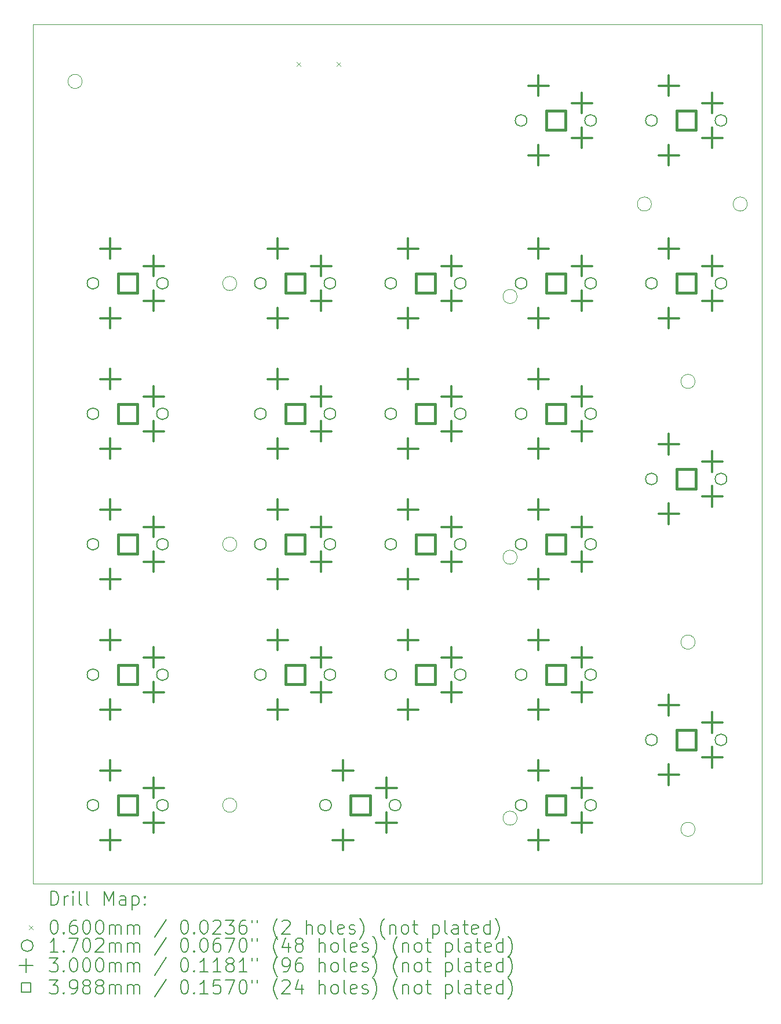
<source format=gbr>
%TF.GenerationSoftware,KiCad,Pcbnew,7.0.7*%
%TF.CreationDate,2024-03-23T11:57:12+09:00*%
%TF.ProjectId,RP2040_KBD,52503230-3430-45f4-9b42-442e6b696361,rev?*%
%TF.SameCoordinates,Original*%
%TF.FileFunction,Drillmap*%
%TF.FilePolarity,Positive*%
%FSLAX45Y45*%
G04 Gerber Fmt 4.5, Leading zero omitted, Abs format (unit mm)*
G04 Created by KiCad (PCBNEW 7.0.7) date 2024-03-23 11:57:12*
%MOMM*%
%LPD*%
G01*
G04 APERTURE LIST*
%ADD10C,0.100000*%
%ADD11C,0.200000*%
%ADD12C,0.060000*%
%ADD13C,0.170180*%
%ADD14C,0.300000*%
%ADD15C,0.398780*%
G04 APERTURE END LIST*
D10*
X4542956Y-3500000D02*
G75*
G03*
X4542956Y-3500000I-102956J0D01*
G01*
X13500000Y-14420000D02*
G75*
G03*
X13500000Y-14420000I-102956J0D01*
G01*
X6802956Y-10257044D02*
G75*
G03*
X6802956Y-10257044I-102956J0D01*
G01*
X6802956Y-6450000D02*
G75*
G03*
X6802956Y-6450000I-102956J0D01*
G01*
X10900000Y-6640000D02*
G75*
G03*
X10900000Y-6640000I-102956J0D01*
G01*
X14262956Y-5290000D02*
G75*
G03*
X14262956Y-5290000I-102956J0D01*
G01*
X10900000Y-14257044D02*
G75*
G03*
X10900000Y-14257044I-102956J0D01*
G01*
X6802956Y-14067044D02*
G75*
G03*
X6802956Y-14067044I-102956J0D01*
G01*
X13500000Y-7880000D02*
G75*
G03*
X13500000Y-7880000I-102956J0D01*
G01*
X10900000Y-10447044D02*
G75*
G03*
X10900000Y-10447044I-102956J0D01*
G01*
X3830000Y-2670000D02*
X14480000Y-2670000D01*
X14480000Y-15210000D01*
X3830000Y-15210000D01*
X3830000Y-2670000D01*
X12862956Y-5290000D02*
G75*
G03*
X12862956Y-5290000I-102956J0D01*
G01*
X13500000Y-11687044D02*
G75*
G03*
X13500000Y-11687044I-102956J0D01*
G01*
D11*
D12*
X7681000Y-3215000D02*
X7741000Y-3275000D01*
X7741000Y-3215000D02*
X7681000Y-3275000D01*
X8259000Y-3215000D02*
X8319000Y-3275000D01*
X8319000Y-3215000D02*
X8259000Y-3275000D01*
D13*
X4786090Y-6447000D02*
G75*
G03*
X4786090Y-6447000I-85090J0D01*
G01*
X4786090Y-8352000D02*
G75*
G03*
X4786090Y-8352000I-85090J0D01*
G01*
X4786090Y-10257000D02*
G75*
G03*
X4786090Y-10257000I-85090J0D01*
G01*
X4786090Y-12162000D02*
G75*
G03*
X4786090Y-12162000I-85090J0D01*
G01*
X4786090Y-14067000D02*
G75*
G03*
X4786090Y-14067000I-85090J0D01*
G01*
X5802090Y-6447000D02*
G75*
G03*
X5802090Y-6447000I-85090J0D01*
G01*
X5802090Y-8352000D02*
G75*
G03*
X5802090Y-8352000I-85090J0D01*
G01*
X5802090Y-10257000D02*
G75*
G03*
X5802090Y-10257000I-85090J0D01*
G01*
X5802090Y-12162000D02*
G75*
G03*
X5802090Y-12162000I-85090J0D01*
G01*
X5802090Y-14067000D02*
G75*
G03*
X5802090Y-14067000I-85090J0D01*
G01*
X7233090Y-6447000D02*
G75*
G03*
X7233090Y-6447000I-85090J0D01*
G01*
X7233090Y-8352000D02*
G75*
G03*
X7233090Y-8352000I-85090J0D01*
G01*
X7233090Y-10257000D02*
G75*
G03*
X7233090Y-10257000I-85090J0D01*
G01*
X7233090Y-12162000D02*
G75*
G03*
X7233090Y-12162000I-85090J0D01*
G01*
X8185590Y-14067000D02*
G75*
G03*
X8185590Y-14067000I-85090J0D01*
G01*
X8249090Y-6447000D02*
G75*
G03*
X8249090Y-6447000I-85090J0D01*
G01*
X8249090Y-8352000D02*
G75*
G03*
X8249090Y-8352000I-85090J0D01*
G01*
X8249090Y-10257000D02*
G75*
G03*
X8249090Y-10257000I-85090J0D01*
G01*
X8249090Y-12162000D02*
G75*
G03*
X8249090Y-12162000I-85090J0D01*
G01*
X9138090Y-6447000D02*
G75*
G03*
X9138090Y-6447000I-85090J0D01*
G01*
X9138090Y-8352000D02*
G75*
G03*
X9138090Y-8352000I-85090J0D01*
G01*
X9138090Y-10257000D02*
G75*
G03*
X9138090Y-10257000I-85090J0D01*
G01*
X9138090Y-12162000D02*
G75*
G03*
X9138090Y-12162000I-85090J0D01*
G01*
X9201590Y-14067000D02*
G75*
G03*
X9201590Y-14067000I-85090J0D01*
G01*
X10154090Y-6447000D02*
G75*
G03*
X10154090Y-6447000I-85090J0D01*
G01*
X10154090Y-8352000D02*
G75*
G03*
X10154090Y-8352000I-85090J0D01*
G01*
X10154090Y-10257000D02*
G75*
G03*
X10154090Y-10257000I-85090J0D01*
G01*
X10154090Y-12162000D02*
G75*
G03*
X10154090Y-12162000I-85090J0D01*
G01*
X11043090Y-4070000D02*
G75*
G03*
X11043090Y-4070000I-85090J0D01*
G01*
X11043090Y-6447000D02*
G75*
G03*
X11043090Y-6447000I-85090J0D01*
G01*
X11043090Y-8352000D02*
G75*
G03*
X11043090Y-8352000I-85090J0D01*
G01*
X11043090Y-10257000D02*
G75*
G03*
X11043090Y-10257000I-85090J0D01*
G01*
X11043090Y-12162000D02*
G75*
G03*
X11043090Y-12162000I-85090J0D01*
G01*
X11043090Y-14067000D02*
G75*
G03*
X11043090Y-14067000I-85090J0D01*
G01*
X12059090Y-4070000D02*
G75*
G03*
X12059090Y-4070000I-85090J0D01*
G01*
X12059090Y-6447000D02*
G75*
G03*
X12059090Y-6447000I-85090J0D01*
G01*
X12059090Y-8352000D02*
G75*
G03*
X12059090Y-8352000I-85090J0D01*
G01*
X12059090Y-10257000D02*
G75*
G03*
X12059090Y-10257000I-85090J0D01*
G01*
X12059090Y-12162000D02*
G75*
G03*
X12059090Y-12162000I-85090J0D01*
G01*
X12059090Y-14067000D02*
G75*
G03*
X12059090Y-14067000I-85090J0D01*
G01*
X12948090Y-4070000D02*
G75*
G03*
X12948090Y-4070000I-85090J0D01*
G01*
X12948090Y-6447000D02*
G75*
G03*
X12948090Y-6447000I-85090J0D01*
G01*
X12948090Y-9304500D02*
G75*
G03*
X12948090Y-9304500I-85090J0D01*
G01*
X12948090Y-13114500D02*
G75*
G03*
X12948090Y-13114500I-85090J0D01*
G01*
X13964090Y-4070000D02*
G75*
G03*
X13964090Y-4070000I-85090J0D01*
G01*
X13964090Y-6447000D02*
G75*
G03*
X13964090Y-6447000I-85090J0D01*
G01*
X13964090Y-9304500D02*
G75*
G03*
X13964090Y-9304500I-85090J0D01*
G01*
X13964090Y-13114500D02*
G75*
G03*
X13964090Y-13114500I-85090J0D01*
G01*
D14*
X4955000Y-5789000D02*
X4955000Y-6089000D01*
X4805000Y-5939000D02*
X5105000Y-5939000D01*
X4955000Y-6805000D02*
X4955000Y-7105000D01*
X4805000Y-6955000D02*
X5105000Y-6955000D01*
X4955000Y-7694000D02*
X4955000Y-7994000D01*
X4805000Y-7844000D02*
X5105000Y-7844000D01*
X4955000Y-8710000D02*
X4955000Y-9010000D01*
X4805000Y-8860000D02*
X5105000Y-8860000D01*
X4955000Y-9599000D02*
X4955000Y-9899000D01*
X4805000Y-9749000D02*
X5105000Y-9749000D01*
X4955000Y-10615000D02*
X4955000Y-10915000D01*
X4805000Y-10765000D02*
X5105000Y-10765000D01*
X4955000Y-11504000D02*
X4955000Y-11804000D01*
X4805000Y-11654000D02*
X5105000Y-11654000D01*
X4955000Y-12520000D02*
X4955000Y-12820000D01*
X4805000Y-12670000D02*
X5105000Y-12670000D01*
X4955000Y-13409000D02*
X4955000Y-13709000D01*
X4805000Y-13559000D02*
X5105000Y-13559000D01*
X4955000Y-14425000D02*
X4955000Y-14725000D01*
X4805000Y-14575000D02*
X5105000Y-14575000D01*
X5590000Y-6043000D02*
X5590000Y-6343000D01*
X5440000Y-6193000D02*
X5740000Y-6193000D01*
X5590000Y-6551000D02*
X5590000Y-6851000D01*
X5440000Y-6701000D02*
X5740000Y-6701000D01*
X5590000Y-7948000D02*
X5590000Y-8248000D01*
X5440000Y-8098000D02*
X5740000Y-8098000D01*
X5590000Y-8456000D02*
X5590000Y-8756000D01*
X5440000Y-8606000D02*
X5740000Y-8606000D01*
X5590000Y-9853000D02*
X5590000Y-10153000D01*
X5440000Y-10003000D02*
X5740000Y-10003000D01*
X5590000Y-10361000D02*
X5590000Y-10661000D01*
X5440000Y-10511000D02*
X5740000Y-10511000D01*
X5590000Y-11758000D02*
X5590000Y-12058000D01*
X5440000Y-11908000D02*
X5740000Y-11908000D01*
X5590000Y-12266000D02*
X5590000Y-12566000D01*
X5440000Y-12416000D02*
X5740000Y-12416000D01*
X5590000Y-13663000D02*
X5590000Y-13963000D01*
X5440000Y-13813000D02*
X5740000Y-13813000D01*
X5590000Y-14171000D02*
X5590000Y-14471000D01*
X5440000Y-14321000D02*
X5740000Y-14321000D01*
X7402000Y-5789000D02*
X7402000Y-6089000D01*
X7252000Y-5939000D02*
X7552000Y-5939000D01*
X7402000Y-6805000D02*
X7402000Y-7105000D01*
X7252000Y-6955000D02*
X7552000Y-6955000D01*
X7402000Y-7694000D02*
X7402000Y-7994000D01*
X7252000Y-7844000D02*
X7552000Y-7844000D01*
X7402000Y-8710000D02*
X7402000Y-9010000D01*
X7252000Y-8860000D02*
X7552000Y-8860000D01*
X7402000Y-9599000D02*
X7402000Y-9899000D01*
X7252000Y-9749000D02*
X7552000Y-9749000D01*
X7402000Y-10615000D02*
X7402000Y-10915000D01*
X7252000Y-10765000D02*
X7552000Y-10765000D01*
X7402000Y-11504000D02*
X7402000Y-11804000D01*
X7252000Y-11654000D02*
X7552000Y-11654000D01*
X7402000Y-12520000D02*
X7402000Y-12820000D01*
X7252000Y-12670000D02*
X7552000Y-12670000D01*
X8037000Y-6043000D02*
X8037000Y-6343000D01*
X7887000Y-6193000D02*
X8187000Y-6193000D01*
X8037000Y-6551000D02*
X8037000Y-6851000D01*
X7887000Y-6701000D02*
X8187000Y-6701000D01*
X8037000Y-7948000D02*
X8037000Y-8248000D01*
X7887000Y-8098000D02*
X8187000Y-8098000D01*
X8037000Y-8456000D02*
X8037000Y-8756000D01*
X7887000Y-8606000D02*
X8187000Y-8606000D01*
X8037000Y-9853000D02*
X8037000Y-10153000D01*
X7887000Y-10003000D02*
X8187000Y-10003000D01*
X8037000Y-10361000D02*
X8037000Y-10661000D01*
X7887000Y-10511000D02*
X8187000Y-10511000D01*
X8037000Y-11758000D02*
X8037000Y-12058000D01*
X7887000Y-11908000D02*
X8187000Y-11908000D01*
X8037000Y-12266000D02*
X8037000Y-12566000D01*
X7887000Y-12416000D02*
X8187000Y-12416000D01*
X8354500Y-13409000D02*
X8354500Y-13709000D01*
X8204500Y-13559000D02*
X8504500Y-13559000D01*
X8354500Y-14425000D02*
X8354500Y-14725000D01*
X8204500Y-14575000D02*
X8504500Y-14575000D01*
X8989500Y-13663000D02*
X8989500Y-13963000D01*
X8839500Y-13813000D02*
X9139500Y-13813000D01*
X8989500Y-14171000D02*
X8989500Y-14471000D01*
X8839500Y-14321000D02*
X9139500Y-14321000D01*
X9307000Y-5789000D02*
X9307000Y-6089000D01*
X9157000Y-5939000D02*
X9457000Y-5939000D01*
X9307000Y-6805000D02*
X9307000Y-7105000D01*
X9157000Y-6955000D02*
X9457000Y-6955000D01*
X9307000Y-7694000D02*
X9307000Y-7994000D01*
X9157000Y-7844000D02*
X9457000Y-7844000D01*
X9307000Y-8710000D02*
X9307000Y-9010000D01*
X9157000Y-8860000D02*
X9457000Y-8860000D01*
X9307000Y-9599000D02*
X9307000Y-9899000D01*
X9157000Y-9749000D02*
X9457000Y-9749000D01*
X9307000Y-10615000D02*
X9307000Y-10915000D01*
X9157000Y-10765000D02*
X9457000Y-10765000D01*
X9307000Y-11504000D02*
X9307000Y-11804000D01*
X9157000Y-11654000D02*
X9457000Y-11654000D01*
X9307000Y-12520000D02*
X9307000Y-12820000D01*
X9157000Y-12670000D02*
X9457000Y-12670000D01*
X9942000Y-6043000D02*
X9942000Y-6343000D01*
X9792000Y-6193000D02*
X10092000Y-6193000D01*
X9942000Y-6551000D02*
X9942000Y-6851000D01*
X9792000Y-6701000D02*
X10092000Y-6701000D01*
X9942000Y-7948000D02*
X9942000Y-8248000D01*
X9792000Y-8098000D02*
X10092000Y-8098000D01*
X9942000Y-8456000D02*
X9942000Y-8756000D01*
X9792000Y-8606000D02*
X10092000Y-8606000D01*
X9942000Y-9853000D02*
X9942000Y-10153000D01*
X9792000Y-10003000D02*
X10092000Y-10003000D01*
X9942000Y-10361000D02*
X9942000Y-10661000D01*
X9792000Y-10511000D02*
X10092000Y-10511000D01*
X9942000Y-11758000D02*
X9942000Y-12058000D01*
X9792000Y-11908000D02*
X10092000Y-11908000D01*
X9942000Y-12266000D02*
X9942000Y-12566000D01*
X9792000Y-12416000D02*
X10092000Y-12416000D01*
X11212000Y-3412000D02*
X11212000Y-3712000D01*
X11062000Y-3562000D02*
X11362000Y-3562000D01*
X11212000Y-4428000D02*
X11212000Y-4728000D01*
X11062000Y-4578000D02*
X11362000Y-4578000D01*
X11212000Y-5789000D02*
X11212000Y-6089000D01*
X11062000Y-5939000D02*
X11362000Y-5939000D01*
X11212000Y-6805000D02*
X11212000Y-7105000D01*
X11062000Y-6955000D02*
X11362000Y-6955000D01*
X11212000Y-7694000D02*
X11212000Y-7994000D01*
X11062000Y-7844000D02*
X11362000Y-7844000D01*
X11212000Y-8710000D02*
X11212000Y-9010000D01*
X11062000Y-8860000D02*
X11362000Y-8860000D01*
X11212000Y-9599000D02*
X11212000Y-9899000D01*
X11062000Y-9749000D02*
X11362000Y-9749000D01*
X11212000Y-10615000D02*
X11212000Y-10915000D01*
X11062000Y-10765000D02*
X11362000Y-10765000D01*
X11212000Y-11504000D02*
X11212000Y-11804000D01*
X11062000Y-11654000D02*
X11362000Y-11654000D01*
X11212000Y-12520000D02*
X11212000Y-12820000D01*
X11062000Y-12670000D02*
X11362000Y-12670000D01*
X11212000Y-13409000D02*
X11212000Y-13709000D01*
X11062000Y-13559000D02*
X11362000Y-13559000D01*
X11212000Y-14425000D02*
X11212000Y-14725000D01*
X11062000Y-14575000D02*
X11362000Y-14575000D01*
X11847000Y-3666000D02*
X11847000Y-3966000D01*
X11697000Y-3816000D02*
X11997000Y-3816000D01*
X11847000Y-4174000D02*
X11847000Y-4474000D01*
X11697000Y-4324000D02*
X11997000Y-4324000D01*
X11847000Y-6043000D02*
X11847000Y-6343000D01*
X11697000Y-6193000D02*
X11997000Y-6193000D01*
X11847000Y-6551000D02*
X11847000Y-6851000D01*
X11697000Y-6701000D02*
X11997000Y-6701000D01*
X11847000Y-7948000D02*
X11847000Y-8248000D01*
X11697000Y-8098000D02*
X11997000Y-8098000D01*
X11847000Y-8456000D02*
X11847000Y-8756000D01*
X11697000Y-8606000D02*
X11997000Y-8606000D01*
X11847000Y-9853000D02*
X11847000Y-10153000D01*
X11697000Y-10003000D02*
X11997000Y-10003000D01*
X11847000Y-10361000D02*
X11847000Y-10661000D01*
X11697000Y-10511000D02*
X11997000Y-10511000D01*
X11847000Y-11758000D02*
X11847000Y-12058000D01*
X11697000Y-11908000D02*
X11997000Y-11908000D01*
X11847000Y-12266000D02*
X11847000Y-12566000D01*
X11697000Y-12416000D02*
X11997000Y-12416000D01*
X11847000Y-13663000D02*
X11847000Y-13963000D01*
X11697000Y-13813000D02*
X11997000Y-13813000D01*
X11847000Y-14171000D02*
X11847000Y-14471000D01*
X11697000Y-14321000D02*
X11997000Y-14321000D01*
X13117000Y-3412000D02*
X13117000Y-3712000D01*
X12967000Y-3562000D02*
X13267000Y-3562000D01*
X13117000Y-4428000D02*
X13117000Y-4728000D01*
X12967000Y-4578000D02*
X13267000Y-4578000D01*
X13117000Y-5789000D02*
X13117000Y-6089000D01*
X12967000Y-5939000D02*
X13267000Y-5939000D01*
X13117000Y-6805000D02*
X13117000Y-7105000D01*
X12967000Y-6955000D02*
X13267000Y-6955000D01*
X13117000Y-8646500D02*
X13117000Y-8946500D01*
X12967000Y-8796500D02*
X13267000Y-8796500D01*
X13117000Y-9662500D02*
X13117000Y-9962500D01*
X12967000Y-9812500D02*
X13267000Y-9812500D01*
X13117000Y-12456500D02*
X13117000Y-12756500D01*
X12967000Y-12606500D02*
X13267000Y-12606500D01*
X13117000Y-13472500D02*
X13117000Y-13772500D01*
X12967000Y-13622500D02*
X13267000Y-13622500D01*
X13752000Y-3666000D02*
X13752000Y-3966000D01*
X13602000Y-3816000D02*
X13902000Y-3816000D01*
X13752000Y-4174000D02*
X13752000Y-4474000D01*
X13602000Y-4324000D02*
X13902000Y-4324000D01*
X13752000Y-6043000D02*
X13752000Y-6343000D01*
X13602000Y-6193000D02*
X13902000Y-6193000D01*
X13752000Y-6551000D02*
X13752000Y-6851000D01*
X13602000Y-6701000D02*
X13902000Y-6701000D01*
X13752000Y-8900500D02*
X13752000Y-9200500D01*
X13602000Y-9050500D02*
X13902000Y-9050500D01*
X13752000Y-9408500D02*
X13752000Y-9708500D01*
X13602000Y-9558500D02*
X13902000Y-9558500D01*
X13752000Y-12710500D02*
X13752000Y-13010500D01*
X13602000Y-12860500D02*
X13902000Y-12860500D01*
X13752000Y-13218500D02*
X13752000Y-13518500D01*
X13602000Y-13368500D02*
X13902000Y-13368500D01*
D15*
X5349991Y-6587991D02*
X5349991Y-6306009D01*
X5068009Y-6306009D01*
X5068009Y-6587991D01*
X5349991Y-6587991D01*
X5349991Y-8492991D02*
X5349991Y-8211009D01*
X5068009Y-8211009D01*
X5068009Y-8492991D01*
X5349991Y-8492991D01*
X5349991Y-10397991D02*
X5349991Y-10116009D01*
X5068009Y-10116009D01*
X5068009Y-10397991D01*
X5349991Y-10397991D01*
X5349991Y-12302991D02*
X5349991Y-12021009D01*
X5068009Y-12021009D01*
X5068009Y-12302991D01*
X5349991Y-12302991D01*
X5349991Y-14207991D02*
X5349991Y-13926009D01*
X5068009Y-13926009D01*
X5068009Y-14207991D01*
X5349991Y-14207991D01*
X7796991Y-6587991D02*
X7796991Y-6306009D01*
X7515009Y-6306009D01*
X7515009Y-6587991D01*
X7796991Y-6587991D01*
X7796991Y-8492991D02*
X7796991Y-8211009D01*
X7515009Y-8211009D01*
X7515009Y-8492991D01*
X7796991Y-8492991D01*
X7796991Y-10397991D02*
X7796991Y-10116009D01*
X7515009Y-10116009D01*
X7515009Y-10397991D01*
X7796991Y-10397991D01*
X7796991Y-12302991D02*
X7796991Y-12021009D01*
X7515009Y-12021009D01*
X7515009Y-12302991D01*
X7796991Y-12302991D01*
X8749491Y-14207991D02*
X8749491Y-13926009D01*
X8467509Y-13926009D01*
X8467509Y-14207991D01*
X8749491Y-14207991D01*
X9701991Y-6587991D02*
X9701991Y-6306009D01*
X9420009Y-6306009D01*
X9420009Y-6587991D01*
X9701991Y-6587991D01*
X9701991Y-8492991D02*
X9701991Y-8211009D01*
X9420009Y-8211009D01*
X9420009Y-8492991D01*
X9701991Y-8492991D01*
X9701991Y-10397991D02*
X9701991Y-10116009D01*
X9420009Y-10116009D01*
X9420009Y-10397991D01*
X9701991Y-10397991D01*
X9701991Y-12302991D02*
X9701991Y-12021009D01*
X9420009Y-12021009D01*
X9420009Y-12302991D01*
X9701991Y-12302991D01*
X11606991Y-4210991D02*
X11606991Y-3929009D01*
X11325009Y-3929009D01*
X11325009Y-4210991D01*
X11606991Y-4210991D01*
X11606991Y-6587991D02*
X11606991Y-6306009D01*
X11325009Y-6306009D01*
X11325009Y-6587991D01*
X11606991Y-6587991D01*
X11606991Y-8492991D02*
X11606991Y-8211009D01*
X11325009Y-8211009D01*
X11325009Y-8492991D01*
X11606991Y-8492991D01*
X11606991Y-10397991D02*
X11606991Y-10116009D01*
X11325009Y-10116009D01*
X11325009Y-10397991D01*
X11606991Y-10397991D01*
X11606991Y-12302991D02*
X11606991Y-12021009D01*
X11325009Y-12021009D01*
X11325009Y-12302991D01*
X11606991Y-12302991D01*
X11606991Y-14207991D02*
X11606991Y-13926009D01*
X11325009Y-13926009D01*
X11325009Y-14207991D01*
X11606991Y-14207991D01*
X13511991Y-4210991D02*
X13511991Y-3929009D01*
X13230009Y-3929009D01*
X13230009Y-4210991D01*
X13511991Y-4210991D01*
X13511991Y-6587991D02*
X13511991Y-6306009D01*
X13230009Y-6306009D01*
X13230009Y-6587991D01*
X13511991Y-6587991D01*
X13511991Y-9445491D02*
X13511991Y-9163509D01*
X13230009Y-9163509D01*
X13230009Y-9445491D01*
X13511991Y-9445491D01*
X13511991Y-13255491D02*
X13511991Y-12973509D01*
X13230009Y-12973509D01*
X13230009Y-13255491D01*
X13511991Y-13255491D01*
D11*
X4085777Y-15526484D02*
X4085777Y-15326484D01*
X4085777Y-15326484D02*
X4133396Y-15326484D01*
X4133396Y-15326484D02*
X4161967Y-15336008D01*
X4161967Y-15336008D02*
X4181015Y-15355055D01*
X4181015Y-15355055D02*
X4190539Y-15374103D01*
X4190539Y-15374103D02*
X4200063Y-15412198D01*
X4200063Y-15412198D02*
X4200063Y-15440769D01*
X4200063Y-15440769D02*
X4190539Y-15478865D01*
X4190539Y-15478865D02*
X4181015Y-15497912D01*
X4181015Y-15497912D02*
X4161967Y-15516960D01*
X4161967Y-15516960D02*
X4133396Y-15526484D01*
X4133396Y-15526484D02*
X4085777Y-15526484D01*
X4285777Y-15526484D02*
X4285777Y-15393150D01*
X4285777Y-15431246D02*
X4295301Y-15412198D01*
X4295301Y-15412198D02*
X4304824Y-15402674D01*
X4304824Y-15402674D02*
X4323872Y-15393150D01*
X4323872Y-15393150D02*
X4342920Y-15393150D01*
X4409586Y-15526484D02*
X4409586Y-15393150D01*
X4409586Y-15326484D02*
X4400063Y-15336008D01*
X4400063Y-15336008D02*
X4409586Y-15345531D01*
X4409586Y-15345531D02*
X4419110Y-15336008D01*
X4419110Y-15336008D02*
X4409586Y-15326484D01*
X4409586Y-15326484D02*
X4409586Y-15345531D01*
X4533396Y-15526484D02*
X4514348Y-15516960D01*
X4514348Y-15516960D02*
X4504824Y-15497912D01*
X4504824Y-15497912D02*
X4504824Y-15326484D01*
X4638158Y-15526484D02*
X4619110Y-15516960D01*
X4619110Y-15516960D02*
X4609586Y-15497912D01*
X4609586Y-15497912D02*
X4609586Y-15326484D01*
X4866729Y-15526484D02*
X4866729Y-15326484D01*
X4866729Y-15326484D02*
X4933396Y-15469341D01*
X4933396Y-15469341D02*
X5000063Y-15326484D01*
X5000063Y-15326484D02*
X5000063Y-15526484D01*
X5181015Y-15526484D02*
X5181015Y-15421722D01*
X5181015Y-15421722D02*
X5171491Y-15402674D01*
X5171491Y-15402674D02*
X5152444Y-15393150D01*
X5152444Y-15393150D02*
X5114348Y-15393150D01*
X5114348Y-15393150D02*
X5095301Y-15402674D01*
X5181015Y-15516960D02*
X5161967Y-15526484D01*
X5161967Y-15526484D02*
X5114348Y-15526484D01*
X5114348Y-15526484D02*
X5095301Y-15516960D01*
X5095301Y-15516960D02*
X5085777Y-15497912D01*
X5085777Y-15497912D02*
X5085777Y-15478865D01*
X5085777Y-15478865D02*
X5095301Y-15459817D01*
X5095301Y-15459817D02*
X5114348Y-15450293D01*
X5114348Y-15450293D02*
X5161967Y-15450293D01*
X5161967Y-15450293D02*
X5181015Y-15440769D01*
X5276253Y-15393150D02*
X5276253Y-15593150D01*
X5276253Y-15402674D02*
X5295301Y-15393150D01*
X5295301Y-15393150D02*
X5333396Y-15393150D01*
X5333396Y-15393150D02*
X5352444Y-15402674D01*
X5352444Y-15402674D02*
X5361967Y-15412198D01*
X5361967Y-15412198D02*
X5371491Y-15431246D01*
X5371491Y-15431246D02*
X5371491Y-15488388D01*
X5371491Y-15488388D02*
X5361967Y-15507436D01*
X5361967Y-15507436D02*
X5352444Y-15516960D01*
X5352444Y-15516960D02*
X5333396Y-15526484D01*
X5333396Y-15526484D02*
X5295301Y-15526484D01*
X5295301Y-15526484D02*
X5276253Y-15516960D01*
X5457205Y-15507436D02*
X5466729Y-15516960D01*
X5466729Y-15516960D02*
X5457205Y-15526484D01*
X5457205Y-15526484D02*
X5447682Y-15516960D01*
X5447682Y-15516960D02*
X5457205Y-15507436D01*
X5457205Y-15507436D02*
X5457205Y-15526484D01*
X5457205Y-15402674D02*
X5466729Y-15412198D01*
X5466729Y-15412198D02*
X5457205Y-15421722D01*
X5457205Y-15421722D02*
X5447682Y-15412198D01*
X5447682Y-15412198D02*
X5457205Y-15402674D01*
X5457205Y-15402674D02*
X5457205Y-15421722D01*
D12*
X3765000Y-15825000D02*
X3825000Y-15885000D01*
X3825000Y-15825000D02*
X3765000Y-15885000D01*
D11*
X4123872Y-15746484D02*
X4142920Y-15746484D01*
X4142920Y-15746484D02*
X4161967Y-15756008D01*
X4161967Y-15756008D02*
X4171491Y-15765531D01*
X4171491Y-15765531D02*
X4181015Y-15784579D01*
X4181015Y-15784579D02*
X4190539Y-15822674D01*
X4190539Y-15822674D02*
X4190539Y-15870293D01*
X4190539Y-15870293D02*
X4181015Y-15908388D01*
X4181015Y-15908388D02*
X4171491Y-15927436D01*
X4171491Y-15927436D02*
X4161967Y-15936960D01*
X4161967Y-15936960D02*
X4142920Y-15946484D01*
X4142920Y-15946484D02*
X4123872Y-15946484D01*
X4123872Y-15946484D02*
X4104824Y-15936960D01*
X4104824Y-15936960D02*
X4095301Y-15927436D01*
X4095301Y-15927436D02*
X4085777Y-15908388D01*
X4085777Y-15908388D02*
X4076253Y-15870293D01*
X4076253Y-15870293D02*
X4076253Y-15822674D01*
X4076253Y-15822674D02*
X4085777Y-15784579D01*
X4085777Y-15784579D02*
X4095301Y-15765531D01*
X4095301Y-15765531D02*
X4104824Y-15756008D01*
X4104824Y-15756008D02*
X4123872Y-15746484D01*
X4276253Y-15927436D02*
X4285777Y-15936960D01*
X4285777Y-15936960D02*
X4276253Y-15946484D01*
X4276253Y-15946484D02*
X4266729Y-15936960D01*
X4266729Y-15936960D02*
X4276253Y-15927436D01*
X4276253Y-15927436D02*
X4276253Y-15946484D01*
X4457205Y-15746484D02*
X4419110Y-15746484D01*
X4419110Y-15746484D02*
X4400063Y-15756008D01*
X4400063Y-15756008D02*
X4390539Y-15765531D01*
X4390539Y-15765531D02*
X4371491Y-15794103D01*
X4371491Y-15794103D02*
X4361967Y-15832198D01*
X4361967Y-15832198D02*
X4361967Y-15908388D01*
X4361967Y-15908388D02*
X4371491Y-15927436D01*
X4371491Y-15927436D02*
X4381015Y-15936960D01*
X4381015Y-15936960D02*
X4400063Y-15946484D01*
X4400063Y-15946484D02*
X4438158Y-15946484D01*
X4438158Y-15946484D02*
X4457205Y-15936960D01*
X4457205Y-15936960D02*
X4466729Y-15927436D01*
X4466729Y-15927436D02*
X4476253Y-15908388D01*
X4476253Y-15908388D02*
X4476253Y-15860769D01*
X4476253Y-15860769D02*
X4466729Y-15841722D01*
X4466729Y-15841722D02*
X4457205Y-15832198D01*
X4457205Y-15832198D02*
X4438158Y-15822674D01*
X4438158Y-15822674D02*
X4400063Y-15822674D01*
X4400063Y-15822674D02*
X4381015Y-15832198D01*
X4381015Y-15832198D02*
X4371491Y-15841722D01*
X4371491Y-15841722D02*
X4361967Y-15860769D01*
X4600063Y-15746484D02*
X4619110Y-15746484D01*
X4619110Y-15746484D02*
X4638158Y-15756008D01*
X4638158Y-15756008D02*
X4647682Y-15765531D01*
X4647682Y-15765531D02*
X4657205Y-15784579D01*
X4657205Y-15784579D02*
X4666729Y-15822674D01*
X4666729Y-15822674D02*
X4666729Y-15870293D01*
X4666729Y-15870293D02*
X4657205Y-15908388D01*
X4657205Y-15908388D02*
X4647682Y-15927436D01*
X4647682Y-15927436D02*
X4638158Y-15936960D01*
X4638158Y-15936960D02*
X4619110Y-15946484D01*
X4619110Y-15946484D02*
X4600063Y-15946484D01*
X4600063Y-15946484D02*
X4581015Y-15936960D01*
X4581015Y-15936960D02*
X4571491Y-15927436D01*
X4571491Y-15927436D02*
X4561967Y-15908388D01*
X4561967Y-15908388D02*
X4552444Y-15870293D01*
X4552444Y-15870293D02*
X4552444Y-15822674D01*
X4552444Y-15822674D02*
X4561967Y-15784579D01*
X4561967Y-15784579D02*
X4571491Y-15765531D01*
X4571491Y-15765531D02*
X4581015Y-15756008D01*
X4581015Y-15756008D02*
X4600063Y-15746484D01*
X4790539Y-15746484D02*
X4809586Y-15746484D01*
X4809586Y-15746484D02*
X4828634Y-15756008D01*
X4828634Y-15756008D02*
X4838158Y-15765531D01*
X4838158Y-15765531D02*
X4847682Y-15784579D01*
X4847682Y-15784579D02*
X4857205Y-15822674D01*
X4857205Y-15822674D02*
X4857205Y-15870293D01*
X4857205Y-15870293D02*
X4847682Y-15908388D01*
X4847682Y-15908388D02*
X4838158Y-15927436D01*
X4838158Y-15927436D02*
X4828634Y-15936960D01*
X4828634Y-15936960D02*
X4809586Y-15946484D01*
X4809586Y-15946484D02*
X4790539Y-15946484D01*
X4790539Y-15946484D02*
X4771491Y-15936960D01*
X4771491Y-15936960D02*
X4761967Y-15927436D01*
X4761967Y-15927436D02*
X4752444Y-15908388D01*
X4752444Y-15908388D02*
X4742920Y-15870293D01*
X4742920Y-15870293D02*
X4742920Y-15822674D01*
X4742920Y-15822674D02*
X4752444Y-15784579D01*
X4752444Y-15784579D02*
X4761967Y-15765531D01*
X4761967Y-15765531D02*
X4771491Y-15756008D01*
X4771491Y-15756008D02*
X4790539Y-15746484D01*
X4942920Y-15946484D02*
X4942920Y-15813150D01*
X4942920Y-15832198D02*
X4952444Y-15822674D01*
X4952444Y-15822674D02*
X4971491Y-15813150D01*
X4971491Y-15813150D02*
X5000063Y-15813150D01*
X5000063Y-15813150D02*
X5019110Y-15822674D01*
X5019110Y-15822674D02*
X5028634Y-15841722D01*
X5028634Y-15841722D02*
X5028634Y-15946484D01*
X5028634Y-15841722D02*
X5038158Y-15822674D01*
X5038158Y-15822674D02*
X5057205Y-15813150D01*
X5057205Y-15813150D02*
X5085777Y-15813150D01*
X5085777Y-15813150D02*
X5104825Y-15822674D01*
X5104825Y-15822674D02*
X5114348Y-15841722D01*
X5114348Y-15841722D02*
X5114348Y-15946484D01*
X5209586Y-15946484D02*
X5209586Y-15813150D01*
X5209586Y-15832198D02*
X5219110Y-15822674D01*
X5219110Y-15822674D02*
X5238158Y-15813150D01*
X5238158Y-15813150D02*
X5266729Y-15813150D01*
X5266729Y-15813150D02*
X5285777Y-15822674D01*
X5285777Y-15822674D02*
X5295301Y-15841722D01*
X5295301Y-15841722D02*
X5295301Y-15946484D01*
X5295301Y-15841722D02*
X5304825Y-15822674D01*
X5304825Y-15822674D02*
X5323872Y-15813150D01*
X5323872Y-15813150D02*
X5352444Y-15813150D01*
X5352444Y-15813150D02*
X5371491Y-15822674D01*
X5371491Y-15822674D02*
X5381015Y-15841722D01*
X5381015Y-15841722D02*
X5381015Y-15946484D01*
X5771491Y-15736960D02*
X5600063Y-15994103D01*
X6028634Y-15746484D02*
X6047682Y-15746484D01*
X6047682Y-15746484D02*
X6066729Y-15756008D01*
X6066729Y-15756008D02*
X6076253Y-15765531D01*
X6076253Y-15765531D02*
X6085777Y-15784579D01*
X6085777Y-15784579D02*
X6095301Y-15822674D01*
X6095301Y-15822674D02*
X6095301Y-15870293D01*
X6095301Y-15870293D02*
X6085777Y-15908388D01*
X6085777Y-15908388D02*
X6076253Y-15927436D01*
X6076253Y-15927436D02*
X6066729Y-15936960D01*
X6066729Y-15936960D02*
X6047682Y-15946484D01*
X6047682Y-15946484D02*
X6028634Y-15946484D01*
X6028634Y-15946484D02*
X6009586Y-15936960D01*
X6009586Y-15936960D02*
X6000063Y-15927436D01*
X6000063Y-15927436D02*
X5990539Y-15908388D01*
X5990539Y-15908388D02*
X5981015Y-15870293D01*
X5981015Y-15870293D02*
X5981015Y-15822674D01*
X5981015Y-15822674D02*
X5990539Y-15784579D01*
X5990539Y-15784579D02*
X6000063Y-15765531D01*
X6000063Y-15765531D02*
X6009586Y-15756008D01*
X6009586Y-15756008D02*
X6028634Y-15746484D01*
X6181015Y-15927436D02*
X6190539Y-15936960D01*
X6190539Y-15936960D02*
X6181015Y-15946484D01*
X6181015Y-15946484D02*
X6171491Y-15936960D01*
X6171491Y-15936960D02*
X6181015Y-15927436D01*
X6181015Y-15927436D02*
X6181015Y-15946484D01*
X6314348Y-15746484D02*
X6333396Y-15746484D01*
X6333396Y-15746484D02*
X6352444Y-15756008D01*
X6352444Y-15756008D02*
X6361967Y-15765531D01*
X6361967Y-15765531D02*
X6371491Y-15784579D01*
X6371491Y-15784579D02*
X6381015Y-15822674D01*
X6381015Y-15822674D02*
X6381015Y-15870293D01*
X6381015Y-15870293D02*
X6371491Y-15908388D01*
X6371491Y-15908388D02*
X6361967Y-15927436D01*
X6361967Y-15927436D02*
X6352444Y-15936960D01*
X6352444Y-15936960D02*
X6333396Y-15946484D01*
X6333396Y-15946484D02*
X6314348Y-15946484D01*
X6314348Y-15946484D02*
X6295301Y-15936960D01*
X6295301Y-15936960D02*
X6285777Y-15927436D01*
X6285777Y-15927436D02*
X6276253Y-15908388D01*
X6276253Y-15908388D02*
X6266729Y-15870293D01*
X6266729Y-15870293D02*
X6266729Y-15822674D01*
X6266729Y-15822674D02*
X6276253Y-15784579D01*
X6276253Y-15784579D02*
X6285777Y-15765531D01*
X6285777Y-15765531D02*
X6295301Y-15756008D01*
X6295301Y-15756008D02*
X6314348Y-15746484D01*
X6457206Y-15765531D02*
X6466729Y-15756008D01*
X6466729Y-15756008D02*
X6485777Y-15746484D01*
X6485777Y-15746484D02*
X6533396Y-15746484D01*
X6533396Y-15746484D02*
X6552444Y-15756008D01*
X6552444Y-15756008D02*
X6561967Y-15765531D01*
X6561967Y-15765531D02*
X6571491Y-15784579D01*
X6571491Y-15784579D02*
X6571491Y-15803627D01*
X6571491Y-15803627D02*
X6561967Y-15832198D01*
X6561967Y-15832198D02*
X6447682Y-15946484D01*
X6447682Y-15946484D02*
X6571491Y-15946484D01*
X6638158Y-15746484D02*
X6761967Y-15746484D01*
X6761967Y-15746484D02*
X6695301Y-15822674D01*
X6695301Y-15822674D02*
X6723872Y-15822674D01*
X6723872Y-15822674D02*
X6742920Y-15832198D01*
X6742920Y-15832198D02*
X6752444Y-15841722D01*
X6752444Y-15841722D02*
X6761967Y-15860769D01*
X6761967Y-15860769D02*
X6761967Y-15908388D01*
X6761967Y-15908388D02*
X6752444Y-15927436D01*
X6752444Y-15927436D02*
X6742920Y-15936960D01*
X6742920Y-15936960D02*
X6723872Y-15946484D01*
X6723872Y-15946484D02*
X6666729Y-15946484D01*
X6666729Y-15946484D02*
X6647682Y-15936960D01*
X6647682Y-15936960D02*
X6638158Y-15927436D01*
X6933396Y-15746484D02*
X6895301Y-15746484D01*
X6895301Y-15746484D02*
X6876253Y-15756008D01*
X6876253Y-15756008D02*
X6866729Y-15765531D01*
X6866729Y-15765531D02*
X6847682Y-15794103D01*
X6847682Y-15794103D02*
X6838158Y-15832198D01*
X6838158Y-15832198D02*
X6838158Y-15908388D01*
X6838158Y-15908388D02*
X6847682Y-15927436D01*
X6847682Y-15927436D02*
X6857206Y-15936960D01*
X6857206Y-15936960D02*
X6876253Y-15946484D01*
X6876253Y-15946484D02*
X6914348Y-15946484D01*
X6914348Y-15946484D02*
X6933396Y-15936960D01*
X6933396Y-15936960D02*
X6942920Y-15927436D01*
X6942920Y-15927436D02*
X6952444Y-15908388D01*
X6952444Y-15908388D02*
X6952444Y-15860769D01*
X6952444Y-15860769D02*
X6942920Y-15841722D01*
X6942920Y-15841722D02*
X6933396Y-15832198D01*
X6933396Y-15832198D02*
X6914348Y-15822674D01*
X6914348Y-15822674D02*
X6876253Y-15822674D01*
X6876253Y-15822674D02*
X6857206Y-15832198D01*
X6857206Y-15832198D02*
X6847682Y-15841722D01*
X6847682Y-15841722D02*
X6838158Y-15860769D01*
X7028634Y-15746484D02*
X7028634Y-15784579D01*
X7104825Y-15746484D02*
X7104825Y-15784579D01*
X7400063Y-16022674D02*
X7390539Y-16013150D01*
X7390539Y-16013150D02*
X7371491Y-15984579D01*
X7371491Y-15984579D02*
X7361968Y-15965531D01*
X7361968Y-15965531D02*
X7352444Y-15936960D01*
X7352444Y-15936960D02*
X7342920Y-15889341D01*
X7342920Y-15889341D02*
X7342920Y-15851246D01*
X7342920Y-15851246D02*
X7352444Y-15803627D01*
X7352444Y-15803627D02*
X7361968Y-15775055D01*
X7361968Y-15775055D02*
X7371491Y-15756008D01*
X7371491Y-15756008D02*
X7390539Y-15727436D01*
X7390539Y-15727436D02*
X7400063Y-15717912D01*
X7466729Y-15765531D02*
X7476253Y-15756008D01*
X7476253Y-15756008D02*
X7495301Y-15746484D01*
X7495301Y-15746484D02*
X7542920Y-15746484D01*
X7542920Y-15746484D02*
X7561968Y-15756008D01*
X7561968Y-15756008D02*
X7571491Y-15765531D01*
X7571491Y-15765531D02*
X7581015Y-15784579D01*
X7581015Y-15784579D02*
X7581015Y-15803627D01*
X7581015Y-15803627D02*
X7571491Y-15832198D01*
X7571491Y-15832198D02*
X7457206Y-15946484D01*
X7457206Y-15946484D02*
X7581015Y-15946484D01*
X7819110Y-15946484D02*
X7819110Y-15746484D01*
X7904825Y-15946484D02*
X7904825Y-15841722D01*
X7904825Y-15841722D02*
X7895301Y-15822674D01*
X7895301Y-15822674D02*
X7876253Y-15813150D01*
X7876253Y-15813150D02*
X7847682Y-15813150D01*
X7847682Y-15813150D02*
X7828634Y-15822674D01*
X7828634Y-15822674D02*
X7819110Y-15832198D01*
X8028634Y-15946484D02*
X8009587Y-15936960D01*
X8009587Y-15936960D02*
X8000063Y-15927436D01*
X8000063Y-15927436D02*
X7990539Y-15908388D01*
X7990539Y-15908388D02*
X7990539Y-15851246D01*
X7990539Y-15851246D02*
X8000063Y-15832198D01*
X8000063Y-15832198D02*
X8009587Y-15822674D01*
X8009587Y-15822674D02*
X8028634Y-15813150D01*
X8028634Y-15813150D02*
X8057206Y-15813150D01*
X8057206Y-15813150D02*
X8076253Y-15822674D01*
X8076253Y-15822674D02*
X8085777Y-15832198D01*
X8085777Y-15832198D02*
X8095301Y-15851246D01*
X8095301Y-15851246D02*
X8095301Y-15908388D01*
X8095301Y-15908388D02*
X8085777Y-15927436D01*
X8085777Y-15927436D02*
X8076253Y-15936960D01*
X8076253Y-15936960D02*
X8057206Y-15946484D01*
X8057206Y-15946484D02*
X8028634Y-15946484D01*
X8209587Y-15946484D02*
X8190539Y-15936960D01*
X8190539Y-15936960D02*
X8181015Y-15917912D01*
X8181015Y-15917912D02*
X8181015Y-15746484D01*
X8361968Y-15936960D02*
X8342920Y-15946484D01*
X8342920Y-15946484D02*
X8304825Y-15946484D01*
X8304825Y-15946484D02*
X8285777Y-15936960D01*
X8285777Y-15936960D02*
X8276253Y-15917912D01*
X8276253Y-15917912D02*
X8276253Y-15841722D01*
X8276253Y-15841722D02*
X8285777Y-15822674D01*
X8285777Y-15822674D02*
X8304825Y-15813150D01*
X8304825Y-15813150D02*
X8342920Y-15813150D01*
X8342920Y-15813150D02*
X8361968Y-15822674D01*
X8361968Y-15822674D02*
X8371491Y-15841722D01*
X8371491Y-15841722D02*
X8371491Y-15860769D01*
X8371491Y-15860769D02*
X8276253Y-15879817D01*
X8447682Y-15936960D02*
X8466730Y-15946484D01*
X8466730Y-15946484D02*
X8504825Y-15946484D01*
X8504825Y-15946484D02*
X8523873Y-15936960D01*
X8523873Y-15936960D02*
X8533396Y-15917912D01*
X8533396Y-15917912D02*
X8533396Y-15908388D01*
X8533396Y-15908388D02*
X8523873Y-15889341D01*
X8523873Y-15889341D02*
X8504825Y-15879817D01*
X8504825Y-15879817D02*
X8476253Y-15879817D01*
X8476253Y-15879817D02*
X8457206Y-15870293D01*
X8457206Y-15870293D02*
X8447682Y-15851246D01*
X8447682Y-15851246D02*
X8447682Y-15841722D01*
X8447682Y-15841722D02*
X8457206Y-15822674D01*
X8457206Y-15822674D02*
X8476253Y-15813150D01*
X8476253Y-15813150D02*
X8504825Y-15813150D01*
X8504825Y-15813150D02*
X8523873Y-15822674D01*
X8600063Y-16022674D02*
X8609587Y-16013150D01*
X8609587Y-16013150D02*
X8628634Y-15984579D01*
X8628634Y-15984579D02*
X8638158Y-15965531D01*
X8638158Y-15965531D02*
X8647682Y-15936960D01*
X8647682Y-15936960D02*
X8657206Y-15889341D01*
X8657206Y-15889341D02*
X8657206Y-15851246D01*
X8657206Y-15851246D02*
X8647682Y-15803627D01*
X8647682Y-15803627D02*
X8638158Y-15775055D01*
X8638158Y-15775055D02*
X8628634Y-15756008D01*
X8628634Y-15756008D02*
X8609587Y-15727436D01*
X8609587Y-15727436D02*
X8600063Y-15717912D01*
X8961968Y-16022674D02*
X8952444Y-16013150D01*
X8952444Y-16013150D02*
X8933396Y-15984579D01*
X8933396Y-15984579D02*
X8923873Y-15965531D01*
X8923873Y-15965531D02*
X8914349Y-15936960D01*
X8914349Y-15936960D02*
X8904825Y-15889341D01*
X8904825Y-15889341D02*
X8904825Y-15851246D01*
X8904825Y-15851246D02*
X8914349Y-15803627D01*
X8914349Y-15803627D02*
X8923873Y-15775055D01*
X8923873Y-15775055D02*
X8933396Y-15756008D01*
X8933396Y-15756008D02*
X8952444Y-15727436D01*
X8952444Y-15727436D02*
X8961968Y-15717912D01*
X9038158Y-15813150D02*
X9038158Y-15946484D01*
X9038158Y-15832198D02*
X9047682Y-15822674D01*
X9047682Y-15822674D02*
X9066730Y-15813150D01*
X9066730Y-15813150D02*
X9095301Y-15813150D01*
X9095301Y-15813150D02*
X9114349Y-15822674D01*
X9114349Y-15822674D02*
X9123873Y-15841722D01*
X9123873Y-15841722D02*
X9123873Y-15946484D01*
X9247682Y-15946484D02*
X9228634Y-15936960D01*
X9228634Y-15936960D02*
X9219111Y-15927436D01*
X9219111Y-15927436D02*
X9209587Y-15908388D01*
X9209587Y-15908388D02*
X9209587Y-15851246D01*
X9209587Y-15851246D02*
X9219111Y-15832198D01*
X9219111Y-15832198D02*
X9228634Y-15822674D01*
X9228634Y-15822674D02*
X9247682Y-15813150D01*
X9247682Y-15813150D02*
X9276254Y-15813150D01*
X9276254Y-15813150D02*
X9295301Y-15822674D01*
X9295301Y-15822674D02*
X9304825Y-15832198D01*
X9304825Y-15832198D02*
X9314349Y-15851246D01*
X9314349Y-15851246D02*
X9314349Y-15908388D01*
X9314349Y-15908388D02*
X9304825Y-15927436D01*
X9304825Y-15927436D02*
X9295301Y-15936960D01*
X9295301Y-15936960D02*
X9276254Y-15946484D01*
X9276254Y-15946484D02*
X9247682Y-15946484D01*
X9371492Y-15813150D02*
X9447682Y-15813150D01*
X9400063Y-15746484D02*
X9400063Y-15917912D01*
X9400063Y-15917912D02*
X9409587Y-15936960D01*
X9409587Y-15936960D02*
X9428634Y-15946484D01*
X9428634Y-15946484D02*
X9447682Y-15946484D01*
X9666730Y-15813150D02*
X9666730Y-16013150D01*
X9666730Y-15822674D02*
X9685777Y-15813150D01*
X9685777Y-15813150D02*
X9723873Y-15813150D01*
X9723873Y-15813150D02*
X9742920Y-15822674D01*
X9742920Y-15822674D02*
X9752444Y-15832198D01*
X9752444Y-15832198D02*
X9761968Y-15851246D01*
X9761968Y-15851246D02*
X9761968Y-15908388D01*
X9761968Y-15908388D02*
X9752444Y-15927436D01*
X9752444Y-15927436D02*
X9742920Y-15936960D01*
X9742920Y-15936960D02*
X9723873Y-15946484D01*
X9723873Y-15946484D02*
X9685777Y-15946484D01*
X9685777Y-15946484D02*
X9666730Y-15936960D01*
X9876254Y-15946484D02*
X9857206Y-15936960D01*
X9857206Y-15936960D02*
X9847682Y-15917912D01*
X9847682Y-15917912D02*
X9847682Y-15746484D01*
X10038158Y-15946484D02*
X10038158Y-15841722D01*
X10038158Y-15841722D02*
X10028635Y-15822674D01*
X10028635Y-15822674D02*
X10009587Y-15813150D01*
X10009587Y-15813150D02*
X9971492Y-15813150D01*
X9971492Y-15813150D02*
X9952444Y-15822674D01*
X10038158Y-15936960D02*
X10019111Y-15946484D01*
X10019111Y-15946484D02*
X9971492Y-15946484D01*
X9971492Y-15946484D02*
X9952444Y-15936960D01*
X9952444Y-15936960D02*
X9942920Y-15917912D01*
X9942920Y-15917912D02*
X9942920Y-15898865D01*
X9942920Y-15898865D02*
X9952444Y-15879817D01*
X9952444Y-15879817D02*
X9971492Y-15870293D01*
X9971492Y-15870293D02*
X10019111Y-15870293D01*
X10019111Y-15870293D02*
X10038158Y-15860769D01*
X10104825Y-15813150D02*
X10181015Y-15813150D01*
X10133396Y-15746484D02*
X10133396Y-15917912D01*
X10133396Y-15917912D02*
X10142920Y-15936960D01*
X10142920Y-15936960D02*
X10161968Y-15946484D01*
X10161968Y-15946484D02*
X10181015Y-15946484D01*
X10323873Y-15936960D02*
X10304825Y-15946484D01*
X10304825Y-15946484D02*
X10266730Y-15946484D01*
X10266730Y-15946484D02*
X10247682Y-15936960D01*
X10247682Y-15936960D02*
X10238158Y-15917912D01*
X10238158Y-15917912D02*
X10238158Y-15841722D01*
X10238158Y-15841722D02*
X10247682Y-15822674D01*
X10247682Y-15822674D02*
X10266730Y-15813150D01*
X10266730Y-15813150D02*
X10304825Y-15813150D01*
X10304825Y-15813150D02*
X10323873Y-15822674D01*
X10323873Y-15822674D02*
X10333396Y-15841722D01*
X10333396Y-15841722D02*
X10333396Y-15860769D01*
X10333396Y-15860769D02*
X10238158Y-15879817D01*
X10504825Y-15946484D02*
X10504825Y-15746484D01*
X10504825Y-15936960D02*
X10485777Y-15946484D01*
X10485777Y-15946484D02*
X10447682Y-15946484D01*
X10447682Y-15946484D02*
X10428635Y-15936960D01*
X10428635Y-15936960D02*
X10419111Y-15927436D01*
X10419111Y-15927436D02*
X10409587Y-15908388D01*
X10409587Y-15908388D02*
X10409587Y-15851246D01*
X10409587Y-15851246D02*
X10419111Y-15832198D01*
X10419111Y-15832198D02*
X10428635Y-15822674D01*
X10428635Y-15822674D02*
X10447682Y-15813150D01*
X10447682Y-15813150D02*
X10485777Y-15813150D01*
X10485777Y-15813150D02*
X10504825Y-15822674D01*
X10581016Y-16022674D02*
X10590539Y-16013150D01*
X10590539Y-16013150D02*
X10609587Y-15984579D01*
X10609587Y-15984579D02*
X10619111Y-15965531D01*
X10619111Y-15965531D02*
X10628635Y-15936960D01*
X10628635Y-15936960D02*
X10638158Y-15889341D01*
X10638158Y-15889341D02*
X10638158Y-15851246D01*
X10638158Y-15851246D02*
X10628635Y-15803627D01*
X10628635Y-15803627D02*
X10619111Y-15775055D01*
X10619111Y-15775055D02*
X10609587Y-15756008D01*
X10609587Y-15756008D02*
X10590539Y-15727436D01*
X10590539Y-15727436D02*
X10581016Y-15717912D01*
D13*
X3825000Y-16119000D02*
G75*
G03*
X3825000Y-16119000I-85090J0D01*
G01*
D11*
X4190539Y-16210484D02*
X4076253Y-16210484D01*
X4133396Y-16210484D02*
X4133396Y-16010484D01*
X4133396Y-16010484D02*
X4114348Y-16039055D01*
X4114348Y-16039055D02*
X4095301Y-16058103D01*
X4095301Y-16058103D02*
X4076253Y-16067627D01*
X4276253Y-16191436D02*
X4285777Y-16200960D01*
X4285777Y-16200960D02*
X4276253Y-16210484D01*
X4276253Y-16210484D02*
X4266729Y-16200960D01*
X4266729Y-16200960D02*
X4276253Y-16191436D01*
X4276253Y-16191436D02*
X4276253Y-16210484D01*
X4352444Y-16010484D02*
X4485777Y-16010484D01*
X4485777Y-16010484D02*
X4400063Y-16210484D01*
X4600063Y-16010484D02*
X4619110Y-16010484D01*
X4619110Y-16010484D02*
X4638158Y-16020008D01*
X4638158Y-16020008D02*
X4647682Y-16029531D01*
X4647682Y-16029531D02*
X4657205Y-16048579D01*
X4657205Y-16048579D02*
X4666729Y-16086674D01*
X4666729Y-16086674D02*
X4666729Y-16134293D01*
X4666729Y-16134293D02*
X4657205Y-16172388D01*
X4657205Y-16172388D02*
X4647682Y-16191436D01*
X4647682Y-16191436D02*
X4638158Y-16200960D01*
X4638158Y-16200960D02*
X4619110Y-16210484D01*
X4619110Y-16210484D02*
X4600063Y-16210484D01*
X4600063Y-16210484D02*
X4581015Y-16200960D01*
X4581015Y-16200960D02*
X4571491Y-16191436D01*
X4571491Y-16191436D02*
X4561967Y-16172388D01*
X4561967Y-16172388D02*
X4552444Y-16134293D01*
X4552444Y-16134293D02*
X4552444Y-16086674D01*
X4552444Y-16086674D02*
X4561967Y-16048579D01*
X4561967Y-16048579D02*
X4571491Y-16029531D01*
X4571491Y-16029531D02*
X4581015Y-16020008D01*
X4581015Y-16020008D02*
X4600063Y-16010484D01*
X4742920Y-16029531D02*
X4752444Y-16020008D01*
X4752444Y-16020008D02*
X4771491Y-16010484D01*
X4771491Y-16010484D02*
X4819110Y-16010484D01*
X4819110Y-16010484D02*
X4838158Y-16020008D01*
X4838158Y-16020008D02*
X4847682Y-16029531D01*
X4847682Y-16029531D02*
X4857205Y-16048579D01*
X4857205Y-16048579D02*
X4857205Y-16067627D01*
X4857205Y-16067627D02*
X4847682Y-16096198D01*
X4847682Y-16096198D02*
X4733396Y-16210484D01*
X4733396Y-16210484D02*
X4857205Y-16210484D01*
X4942920Y-16210484D02*
X4942920Y-16077150D01*
X4942920Y-16096198D02*
X4952444Y-16086674D01*
X4952444Y-16086674D02*
X4971491Y-16077150D01*
X4971491Y-16077150D02*
X5000063Y-16077150D01*
X5000063Y-16077150D02*
X5019110Y-16086674D01*
X5019110Y-16086674D02*
X5028634Y-16105722D01*
X5028634Y-16105722D02*
X5028634Y-16210484D01*
X5028634Y-16105722D02*
X5038158Y-16086674D01*
X5038158Y-16086674D02*
X5057205Y-16077150D01*
X5057205Y-16077150D02*
X5085777Y-16077150D01*
X5085777Y-16077150D02*
X5104825Y-16086674D01*
X5104825Y-16086674D02*
X5114348Y-16105722D01*
X5114348Y-16105722D02*
X5114348Y-16210484D01*
X5209586Y-16210484D02*
X5209586Y-16077150D01*
X5209586Y-16096198D02*
X5219110Y-16086674D01*
X5219110Y-16086674D02*
X5238158Y-16077150D01*
X5238158Y-16077150D02*
X5266729Y-16077150D01*
X5266729Y-16077150D02*
X5285777Y-16086674D01*
X5285777Y-16086674D02*
X5295301Y-16105722D01*
X5295301Y-16105722D02*
X5295301Y-16210484D01*
X5295301Y-16105722D02*
X5304825Y-16086674D01*
X5304825Y-16086674D02*
X5323872Y-16077150D01*
X5323872Y-16077150D02*
X5352444Y-16077150D01*
X5352444Y-16077150D02*
X5371491Y-16086674D01*
X5371491Y-16086674D02*
X5381015Y-16105722D01*
X5381015Y-16105722D02*
X5381015Y-16210484D01*
X5771491Y-16000960D02*
X5600063Y-16258103D01*
X6028634Y-16010484D02*
X6047682Y-16010484D01*
X6047682Y-16010484D02*
X6066729Y-16020008D01*
X6066729Y-16020008D02*
X6076253Y-16029531D01*
X6076253Y-16029531D02*
X6085777Y-16048579D01*
X6085777Y-16048579D02*
X6095301Y-16086674D01*
X6095301Y-16086674D02*
X6095301Y-16134293D01*
X6095301Y-16134293D02*
X6085777Y-16172388D01*
X6085777Y-16172388D02*
X6076253Y-16191436D01*
X6076253Y-16191436D02*
X6066729Y-16200960D01*
X6066729Y-16200960D02*
X6047682Y-16210484D01*
X6047682Y-16210484D02*
X6028634Y-16210484D01*
X6028634Y-16210484D02*
X6009586Y-16200960D01*
X6009586Y-16200960D02*
X6000063Y-16191436D01*
X6000063Y-16191436D02*
X5990539Y-16172388D01*
X5990539Y-16172388D02*
X5981015Y-16134293D01*
X5981015Y-16134293D02*
X5981015Y-16086674D01*
X5981015Y-16086674D02*
X5990539Y-16048579D01*
X5990539Y-16048579D02*
X6000063Y-16029531D01*
X6000063Y-16029531D02*
X6009586Y-16020008D01*
X6009586Y-16020008D02*
X6028634Y-16010484D01*
X6181015Y-16191436D02*
X6190539Y-16200960D01*
X6190539Y-16200960D02*
X6181015Y-16210484D01*
X6181015Y-16210484D02*
X6171491Y-16200960D01*
X6171491Y-16200960D02*
X6181015Y-16191436D01*
X6181015Y-16191436D02*
X6181015Y-16210484D01*
X6314348Y-16010484D02*
X6333396Y-16010484D01*
X6333396Y-16010484D02*
X6352444Y-16020008D01*
X6352444Y-16020008D02*
X6361967Y-16029531D01*
X6361967Y-16029531D02*
X6371491Y-16048579D01*
X6371491Y-16048579D02*
X6381015Y-16086674D01*
X6381015Y-16086674D02*
X6381015Y-16134293D01*
X6381015Y-16134293D02*
X6371491Y-16172388D01*
X6371491Y-16172388D02*
X6361967Y-16191436D01*
X6361967Y-16191436D02*
X6352444Y-16200960D01*
X6352444Y-16200960D02*
X6333396Y-16210484D01*
X6333396Y-16210484D02*
X6314348Y-16210484D01*
X6314348Y-16210484D02*
X6295301Y-16200960D01*
X6295301Y-16200960D02*
X6285777Y-16191436D01*
X6285777Y-16191436D02*
X6276253Y-16172388D01*
X6276253Y-16172388D02*
X6266729Y-16134293D01*
X6266729Y-16134293D02*
X6266729Y-16086674D01*
X6266729Y-16086674D02*
X6276253Y-16048579D01*
X6276253Y-16048579D02*
X6285777Y-16029531D01*
X6285777Y-16029531D02*
X6295301Y-16020008D01*
X6295301Y-16020008D02*
X6314348Y-16010484D01*
X6552444Y-16010484D02*
X6514348Y-16010484D01*
X6514348Y-16010484D02*
X6495301Y-16020008D01*
X6495301Y-16020008D02*
X6485777Y-16029531D01*
X6485777Y-16029531D02*
X6466729Y-16058103D01*
X6466729Y-16058103D02*
X6457206Y-16096198D01*
X6457206Y-16096198D02*
X6457206Y-16172388D01*
X6457206Y-16172388D02*
X6466729Y-16191436D01*
X6466729Y-16191436D02*
X6476253Y-16200960D01*
X6476253Y-16200960D02*
X6495301Y-16210484D01*
X6495301Y-16210484D02*
X6533396Y-16210484D01*
X6533396Y-16210484D02*
X6552444Y-16200960D01*
X6552444Y-16200960D02*
X6561967Y-16191436D01*
X6561967Y-16191436D02*
X6571491Y-16172388D01*
X6571491Y-16172388D02*
X6571491Y-16124769D01*
X6571491Y-16124769D02*
X6561967Y-16105722D01*
X6561967Y-16105722D02*
X6552444Y-16096198D01*
X6552444Y-16096198D02*
X6533396Y-16086674D01*
X6533396Y-16086674D02*
X6495301Y-16086674D01*
X6495301Y-16086674D02*
X6476253Y-16096198D01*
X6476253Y-16096198D02*
X6466729Y-16105722D01*
X6466729Y-16105722D02*
X6457206Y-16124769D01*
X6638158Y-16010484D02*
X6771491Y-16010484D01*
X6771491Y-16010484D02*
X6685777Y-16210484D01*
X6885777Y-16010484D02*
X6904825Y-16010484D01*
X6904825Y-16010484D02*
X6923872Y-16020008D01*
X6923872Y-16020008D02*
X6933396Y-16029531D01*
X6933396Y-16029531D02*
X6942920Y-16048579D01*
X6942920Y-16048579D02*
X6952444Y-16086674D01*
X6952444Y-16086674D02*
X6952444Y-16134293D01*
X6952444Y-16134293D02*
X6942920Y-16172388D01*
X6942920Y-16172388D02*
X6933396Y-16191436D01*
X6933396Y-16191436D02*
X6923872Y-16200960D01*
X6923872Y-16200960D02*
X6904825Y-16210484D01*
X6904825Y-16210484D02*
X6885777Y-16210484D01*
X6885777Y-16210484D02*
X6866729Y-16200960D01*
X6866729Y-16200960D02*
X6857206Y-16191436D01*
X6857206Y-16191436D02*
X6847682Y-16172388D01*
X6847682Y-16172388D02*
X6838158Y-16134293D01*
X6838158Y-16134293D02*
X6838158Y-16086674D01*
X6838158Y-16086674D02*
X6847682Y-16048579D01*
X6847682Y-16048579D02*
X6857206Y-16029531D01*
X6857206Y-16029531D02*
X6866729Y-16020008D01*
X6866729Y-16020008D02*
X6885777Y-16010484D01*
X7028634Y-16010484D02*
X7028634Y-16048579D01*
X7104825Y-16010484D02*
X7104825Y-16048579D01*
X7400063Y-16286674D02*
X7390539Y-16277150D01*
X7390539Y-16277150D02*
X7371491Y-16248579D01*
X7371491Y-16248579D02*
X7361968Y-16229531D01*
X7361968Y-16229531D02*
X7352444Y-16200960D01*
X7352444Y-16200960D02*
X7342920Y-16153341D01*
X7342920Y-16153341D02*
X7342920Y-16115246D01*
X7342920Y-16115246D02*
X7352444Y-16067627D01*
X7352444Y-16067627D02*
X7361968Y-16039055D01*
X7361968Y-16039055D02*
X7371491Y-16020008D01*
X7371491Y-16020008D02*
X7390539Y-15991436D01*
X7390539Y-15991436D02*
X7400063Y-15981912D01*
X7561968Y-16077150D02*
X7561968Y-16210484D01*
X7514348Y-16000960D02*
X7466729Y-16143817D01*
X7466729Y-16143817D02*
X7590539Y-16143817D01*
X7695301Y-16096198D02*
X7676253Y-16086674D01*
X7676253Y-16086674D02*
X7666729Y-16077150D01*
X7666729Y-16077150D02*
X7657206Y-16058103D01*
X7657206Y-16058103D02*
X7657206Y-16048579D01*
X7657206Y-16048579D02*
X7666729Y-16029531D01*
X7666729Y-16029531D02*
X7676253Y-16020008D01*
X7676253Y-16020008D02*
X7695301Y-16010484D01*
X7695301Y-16010484D02*
X7733396Y-16010484D01*
X7733396Y-16010484D02*
X7752444Y-16020008D01*
X7752444Y-16020008D02*
X7761968Y-16029531D01*
X7761968Y-16029531D02*
X7771491Y-16048579D01*
X7771491Y-16048579D02*
X7771491Y-16058103D01*
X7771491Y-16058103D02*
X7761968Y-16077150D01*
X7761968Y-16077150D02*
X7752444Y-16086674D01*
X7752444Y-16086674D02*
X7733396Y-16096198D01*
X7733396Y-16096198D02*
X7695301Y-16096198D01*
X7695301Y-16096198D02*
X7676253Y-16105722D01*
X7676253Y-16105722D02*
X7666729Y-16115246D01*
X7666729Y-16115246D02*
X7657206Y-16134293D01*
X7657206Y-16134293D02*
X7657206Y-16172388D01*
X7657206Y-16172388D02*
X7666729Y-16191436D01*
X7666729Y-16191436D02*
X7676253Y-16200960D01*
X7676253Y-16200960D02*
X7695301Y-16210484D01*
X7695301Y-16210484D02*
X7733396Y-16210484D01*
X7733396Y-16210484D02*
X7752444Y-16200960D01*
X7752444Y-16200960D02*
X7761968Y-16191436D01*
X7761968Y-16191436D02*
X7771491Y-16172388D01*
X7771491Y-16172388D02*
X7771491Y-16134293D01*
X7771491Y-16134293D02*
X7761968Y-16115246D01*
X7761968Y-16115246D02*
X7752444Y-16105722D01*
X7752444Y-16105722D02*
X7733396Y-16096198D01*
X8009587Y-16210484D02*
X8009587Y-16010484D01*
X8095301Y-16210484D02*
X8095301Y-16105722D01*
X8095301Y-16105722D02*
X8085777Y-16086674D01*
X8085777Y-16086674D02*
X8066730Y-16077150D01*
X8066730Y-16077150D02*
X8038158Y-16077150D01*
X8038158Y-16077150D02*
X8019110Y-16086674D01*
X8019110Y-16086674D02*
X8009587Y-16096198D01*
X8219110Y-16210484D02*
X8200063Y-16200960D01*
X8200063Y-16200960D02*
X8190539Y-16191436D01*
X8190539Y-16191436D02*
X8181015Y-16172388D01*
X8181015Y-16172388D02*
X8181015Y-16115246D01*
X8181015Y-16115246D02*
X8190539Y-16096198D01*
X8190539Y-16096198D02*
X8200063Y-16086674D01*
X8200063Y-16086674D02*
X8219110Y-16077150D01*
X8219110Y-16077150D02*
X8247682Y-16077150D01*
X8247682Y-16077150D02*
X8266730Y-16086674D01*
X8266730Y-16086674D02*
X8276253Y-16096198D01*
X8276253Y-16096198D02*
X8285777Y-16115246D01*
X8285777Y-16115246D02*
X8285777Y-16172388D01*
X8285777Y-16172388D02*
X8276253Y-16191436D01*
X8276253Y-16191436D02*
X8266730Y-16200960D01*
X8266730Y-16200960D02*
X8247682Y-16210484D01*
X8247682Y-16210484D02*
X8219110Y-16210484D01*
X8400063Y-16210484D02*
X8381015Y-16200960D01*
X8381015Y-16200960D02*
X8371491Y-16181912D01*
X8371491Y-16181912D02*
X8371491Y-16010484D01*
X8552444Y-16200960D02*
X8533396Y-16210484D01*
X8533396Y-16210484D02*
X8495301Y-16210484D01*
X8495301Y-16210484D02*
X8476253Y-16200960D01*
X8476253Y-16200960D02*
X8466730Y-16181912D01*
X8466730Y-16181912D02*
X8466730Y-16105722D01*
X8466730Y-16105722D02*
X8476253Y-16086674D01*
X8476253Y-16086674D02*
X8495301Y-16077150D01*
X8495301Y-16077150D02*
X8533396Y-16077150D01*
X8533396Y-16077150D02*
X8552444Y-16086674D01*
X8552444Y-16086674D02*
X8561968Y-16105722D01*
X8561968Y-16105722D02*
X8561968Y-16124769D01*
X8561968Y-16124769D02*
X8466730Y-16143817D01*
X8638158Y-16200960D02*
X8657206Y-16210484D01*
X8657206Y-16210484D02*
X8695301Y-16210484D01*
X8695301Y-16210484D02*
X8714349Y-16200960D01*
X8714349Y-16200960D02*
X8723873Y-16181912D01*
X8723873Y-16181912D02*
X8723873Y-16172388D01*
X8723873Y-16172388D02*
X8714349Y-16153341D01*
X8714349Y-16153341D02*
X8695301Y-16143817D01*
X8695301Y-16143817D02*
X8666730Y-16143817D01*
X8666730Y-16143817D02*
X8647682Y-16134293D01*
X8647682Y-16134293D02*
X8638158Y-16115246D01*
X8638158Y-16115246D02*
X8638158Y-16105722D01*
X8638158Y-16105722D02*
X8647682Y-16086674D01*
X8647682Y-16086674D02*
X8666730Y-16077150D01*
X8666730Y-16077150D02*
X8695301Y-16077150D01*
X8695301Y-16077150D02*
X8714349Y-16086674D01*
X8790539Y-16286674D02*
X8800063Y-16277150D01*
X8800063Y-16277150D02*
X8819111Y-16248579D01*
X8819111Y-16248579D02*
X8828634Y-16229531D01*
X8828634Y-16229531D02*
X8838158Y-16200960D01*
X8838158Y-16200960D02*
X8847682Y-16153341D01*
X8847682Y-16153341D02*
X8847682Y-16115246D01*
X8847682Y-16115246D02*
X8838158Y-16067627D01*
X8838158Y-16067627D02*
X8828634Y-16039055D01*
X8828634Y-16039055D02*
X8819111Y-16020008D01*
X8819111Y-16020008D02*
X8800063Y-15991436D01*
X8800063Y-15991436D02*
X8790539Y-15981912D01*
X9152444Y-16286674D02*
X9142920Y-16277150D01*
X9142920Y-16277150D02*
X9123873Y-16248579D01*
X9123873Y-16248579D02*
X9114349Y-16229531D01*
X9114349Y-16229531D02*
X9104825Y-16200960D01*
X9104825Y-16200960D02*
X9095301Y-16153341D01*
X9095301Y-16153341D02*
X9095301Y-16115246D01*
X9095301Y-16115246D02*
X9104825Y-16067627D01*
X9104825Y-16067627D02*
X9114349Y-16039055D01*
X9114349Y-16039055D02*
X9123873Y-16020008D01*
X9123873Y-16020008D02*
X9142920Y-15991436D01*
X9142920Y-15991436D02*
X9152444Y-15981912D01*
X9228634Y-16077150D02*
X9228634Y-16210484D01*
X9228634Y-16096198D02*
X9238158Y-16086674D01*
X9238158Y-16086674D02*
X9257206Y-16077150D01*
X9257206Y-16077150D02*
X9285777Y-16077150D01*
X9285777Y-16077150D02*
X9304825Y-16086674D01*
X9304825Y-16086674D02*
X9314349Y-16105722D01*
X9314349Y-16105722D02*
X9314349Y-16210484D01*
X9438158Y-16210484D02*
X9419111Y-16200960D01*
X9419111Y-16200960D02*
X9409587Y-16191436D01*
X9409587Y-16191436D02*
X9400063Y-16172388D01*
X9400063Y-16172388D02*
X9400063Y-16115246D01*
X9400063Y-16115246D02*
X9409587Y-16096198D01*
X9409587Y-16096198D02*
X9419111Y-16086674D01*
X9419111Y-16086674D02*
X9438158Y-16077150D01*
X9438158Y-16077150D02*
X9466730Y-16077150D01*
X9466730Y-16077150D02*
X9485777Y-16086674D01*
X9485777Y-16086674D02*
X9495301Y-16096198D01*
X9495301Y-16096198D02*
X9504825Y-16115246D01*
X9504825Y-16115246D02*
X9504825Y-16172388D01*
X9504825Y-16172388D02*
X9495301Y-16191436D01*
X9495301Y-16191436D02*
X9485777Y-16200960D01*
X9485777Y-16200960D02*
X9466730Y-16210484D01*
X9466730Y-16210484D02*
X9438158Y-16210484D01*
X9561968Y-16077150D02*
X9638158Y-16077150D01*
X9590539Y-16010484D02*
X9590539Y-16181912D01*
X9590539Y-16181912D02*
X9600063Y-16200960D01*
X9600063Y-16200960D02*
X9619111Y-16210484D01*
X9619111Y-16210484D02*
X9638158Y-16210484D01*
X9857206Y-16077150D02*
X9857206Y-16277150D01*
X9857206Y-16086674D02*
X9876254Y-16077150D01*
X9876254Y-16077150D02*
X9914349Y-16077150D01*
X9914349Y-16077150D02*
X9933396Y-16086674D01*
X9933396Y-16086674D02*
X9942920Y-16096198D01*
X9942920Y-16096198D02*
X9952444Y-16115246D01*
X9952444Y-16115246D02*
X9952444Y-16172388D01*
X9952444Y-16172388D02*
X9942920Y-16191436D01*
X9942920Y-16191436D02*
X9933396Y-16200960D01*
X9933396Y-16200960D02*
X9914349Y-16210484D01*
X9914349Y-16210484D02*
X9876254Y-16210484D01*
X9876254Y-16210484D02*
X9857206Y-16200960D01*
X10066730Y-16210484D02*
X10047682Y-16200960D01*
X10047682Y-16200960D02*
X10038158Y-16181912D01*
X10038158Y-16181912D02*
X10038158Y-16010484D01*
X10228635Y-16210484D02*
X10228635Y-16105722D01*
X10228635Y-16105722D02*
X10219111Y-16086674D01*
X10219111Y-16086674D02*
X10200063Y-16077150D01*
X10200063Y-16077150D02*
X10161968Y-16077150D01*
X10161968Y-16077150D02*
X10142920Y-16086674D01*
X10228635Y-16200960D02*
X10209587Y-16210484D01*
X10209587Y-16210484D02*
X10161968Y-16210484D01*
X10161968Y-16210484D02*
X10142920Y-16200960D01*
X10142920Y-16200960D02*
X10133396Y-16181912D01*
X10133396Y-16181912D02*
X10133396Y-16162865D01*
X10133396Y-16162865D02*
X10142920Y-16143817D01*
X10142920Y-16143817D02*
X10161968Y-16134293D01*
X10161968Y-16134293D02*
X10209587Y-16134293D01*
X10209587Y-16134293D02*
X10228635Y-16124769D01*
X10295301Y-16077150D02*
X10371492Y-16077150D01*
X10323873Y-16010484D02*
X10323873Y-16181912D01*
X10323873Y-16181912D02*
X10333396Y-16200960D01*
X10333396Y-16200960D02*
X10352444Y-16210484D01*
X10352444Y-16210484D02*
X10371492Y-16210484D01*
X10514349Y-16200960D02*
X10495301Y-16210484D01*
X10495301Y-16210484D02*
X10457206Y-16210484D01*
X10457206Y-16210484D02*
X10438158Y-16200960D01*
X10438158Y-16200960D02*
X10428635Y-16181912D01*
X10428635Y-16181912D02*
X10428635Y-16105722D01*
X10428635Y-16105722D02*
X10438158Y-16086674D01*
X10438158Y-16086674D02*
X10457206Y-16077150D01*
X10457206Y-16077150D02*
X10495301Y-16077150D01*
X10495301Y-16077150D02*
X10514349Y-16086674D01*
X10514349Y-16086674D02*
X10523873Y-16105722D01*
X10523873Y-16105722D02*
X10523873Y-16124769D01*
X10523873Y-16124769D02*
X10428635Y-16143817D01*
X10695301Y-16210484D02*
X10695301Y-16010484D01*
X10695301Y-16200960D02*
X10676254Y-16210484D01*
X10676254Y-16210484D02*
X10638158Y-16210484D01*
X10638158Y-16210484D02*
X10619111Y-16200960D01*
X10619111Y-16200960D02*
X10609587Y-16191436D01*
X10609587Y-16191436D02*
X10600063Y-16172388D01*
X10600063Y-16172388D02*
X10600063Y-16115246D01*
X10600063Y-16115246D02*
X10609587Y-16096198D01*
X10609587Y-16096198D02*
X10619111Y-16086674D01*
X10619111Y-16086674D02*
X10638158Y-16077150D01*
X10638158Y-16077150D02*
X10676254Y-16077150D01*
X10676254Y-16077150D02*
X10695301Y-16086674D01*
X10771492Y-16286674D02*
X10781016Y-16277150D01*
X10781016Y-16277150D02*
X10800063Y-16248579D01*
X10800063Y-16248579D02*
X10809587Y-16229531D01*
X10809587Y-16229531D02*
X10819111Y-16200960D01*
X10819111Y-16200960D02*
X10828635Y-16153341D01*
X10828635Y-16153341D02*
X10828635Y-16115246D01*
X10828635Y-16115246D02*
X10819111Y-16067627D01*
X10819111Y-16067627D02*
X10809587Y-16039055D01*
X10809587Y-16039055D02*
X10800063Y-16020008D01*
X10800063Y-16020008D02*
X10781016Y-15991436D01*
X10781016Y-15991436D02*
X10771492Y-15981912D01*
X3725000Y-16309180D02*
X3725000Y-16509180D01*
X3625000Y-16409180D02*
X3825000Y-16409180D01*
X4066729Y-16300664D02*
X4190539Y-16300664D01*
X4190539Y-16300664D02*
X4123872Y-16376854D01*
X4123872Y-16376854D02*
X4152443Y-16376854D01*
X4152443Y-16376854D02*
X4171491Y-16386378D01*
X4171491Y-16386378D02*
X4181015Y-16395902D01*
X4181015Y-16395902D02*
X4190539Y-16414949D01*
X4190539Y-16414949D02*
X4190539Y-16462568D01*
X4190539Y-16462568D02*
X4181015Y-16481616D01*
X4181015Y-16481616D02*
X4171491Y-16491140D01*
X4171491Y-16491140D02*
X4152443Y-16500664D01*
X4152443Y-16500664D02*
X4095301Y-16500664D01*
X4095301Y-16500664D02*
X4076253Y-16491140D01*
X4076253Y-16491140D02*
X4066729Y-16481616D01*
X4276253Y-16481616D02*
X4285777Y-16491140D01*
X4285777Y-16491140D02*
X4276253Y-16500664D01*
X4276253Y-16500664D02*
X4266729Y-16491140D01*
X4266729Y-16491140D02*
X4276253Y-16481616D01*
X4276253Y-16481616D02*
X4276253Y-16500664D01*
X4409586Y-16300664D02*
X4428634Y-16300664D01*
X4428634Y-16300664D02*
X4447682Y-16310188D01*
X4447682Y-16310188D02*
X4457205Y-16319711D01*
X4457205Y-16319711D02*
X4466729Y-16338759D01*
X4466729Y-16338759D02*
X4476253Y-16376854D01*
X4476253Y-16376854D02*
X4476253Y-16424473D01*
X4476253Y-16424473D02*
X4466729Y-16462568D01*
X4466729Y-16462568D02*
X4457205Y-16481616D01*
X4457205Y-16481616D02*
X4447682Y-16491140D01*
X4447682Y-16491140D02*
X4428634Y-16500664D01*
X4428634Y-16500664D02*
X4409586Y-16500664D01*
X4409586Y-16500664D02*
X4390539Y-16491140D01*
X4390539Y-16491140D02*
X4381015Y-16481616D01*
X4381015Y-16481616D02*
X4371491Y-16462568D01*
X4371491Y-16462568D02*
X4361967Y-16424473D01*
X4361967Y-16424473D02*
X4361967Y-16376854D01*
X4361967Y-16376854D02*
X4371491Y-16338759D01*
X4371491Y-16338759D02*
X4381015Y-16319711D01*
X4381015Y-16319711D02*
X4390539Y-16310188D01*
X4390539Y-16310188D02*
X4409586Y-16300664D01*
X4600063Y-16300664D02*
X4619110Y-16300664D01*
X4619110Y-16300664D02*
X4638158Y-16310188D01*
X4638158Y-16310188D02*
X4647682Y-16319711D01*
X4647682Y-16319711D02*
X4657205Y-16338759D01*
X4657205Y-16338759D02*
X4666729Y-16376854D01*
X4666729Y-16376854D02*
X4666729Y-16424473D01*
X4666729Y-16424473D02*
X4657205Y-16462568D01*
X4657205Y-16462568D02*
X4647682Y-16481616D01*
X4647682Y-16481616D02*
X4638158Y-16491140D01*
X4638158Y-16491140D02*
X4619110Y-16500664D01*
X4619110Y-16500664D02*
X4600063Y-16500664D01*
X4600063Y-16500664D02*
X4581015Y-16491140D01*
X4581015Y-16491140D02*
X4571491Y-16481616D01*
X4571491Y-16481616D02*
X4561967Y-16462568D01*
X4561967Y-16462568D02*
X4552444Y-16424473D01*
X4552444Y-16424473D02*
X4552444Y-16376854D01*
X4552444Y-16376854D02*
X4561967Y-16338759D01*
X4561967Y-16338759D02*
X4571491Y-16319711D01*
X4571491Y-16319711D02*
X4581015Y-16310188D01*
X4581015Y-16310188D02*
X4600063Y-16300664D01*
X4790539Y-16300664D02*
X4809586Y-16300664D01*
X4809586Y-16300664D02*
X4828634Y-16310188D01*
X4828634Y-16310188D02*
X4838158Y-16319711D01*
X4838158Y-16319711D02*
X4847682Y-16338759D01*
X4847682Y-16338759D02*
X4857205Y-16376854D01*
X4857205Y-16376854D02*
X4857205Y-16424473D01*
X4857205Y-16424473D02*
X4847682Y-16462568D01*
X4847682Y-16462568D02*
X4838158Y-16481616D01*
X4838158Y-16481616D02*
X4828634Y-16491140D01*
X4828634Y-16491140D02*
X4809586Y-16500664D01*
X4809586Y-16500664D02*
X4790539Y-16500664D01*
X4790539Y-16500664D02*
X4771491Y-16491140D01*
X4771491Y-16491140D02*
X4761967Y-16481616D01*
X4761967Y-16481616D02*
X4752444Y-16462568D01*
X4752444Y-16462568D02*
X4742920Y-16424473D01*
X4742920Y-16424473D02*
X4742920Y-16376854D01*
X4742920Y-16376854D02*
X4752444Y-16338759D01*
X4752444Y-16338759D02*
X4761967Y-16319711D01*
X4761967Y-16319711D02*
X4771491Y-16310188D01*
X4771491Y-16310188D02*
X4790539Y-16300664D01*
X4942920Y-16500664D02*
X4942920Y-16367330D01*
X4942920Y-16386378D02*
X4952444Y-16376854D01*
X4952444Y-16376854D02*
X4971491Y-16367330D01*
X4971491Y-16367330D02*
X5000063Y-16367330D01*
X5000063Y-16367330D02*
X5019110Y-16376854D01*
X5019110Y-16376854D02*
X5028634Y-16395902D01*
X5028634Y-16395902D02*
X5028634Y-16500664D01*
X5028634Y-16395902D02*
X5038158Y-16376854D01*
X5038158Y-16376854D02*
X5057205Y-16367330D01*
X5057205Y-16367330D02*
X5085777Y-16367330D01*
X5085777Y-16367330D02*
X5104825Y-16376854D01*
X5104825Y-16376854D02*
X5114348Y-16395902D01*
X5114348Y-16395902D02*
X5114348Y-16500664D01*
X5209586Y-16500664D02*
X5209586Y-16367330D01*
X5209586Y-16386378D02*
X5219110Y-16376854D01*
X5219110Y-16376854D02*
X5238158Y-16367330D01*
X5238158Y-16367330D02*
X5266729Y-16367330D01*
X5266729Y-16367330D02*
X5285777Y-16376854D01*
X5285777Y-16376854D02*
X5295301Y-16395902D01*
X5295301Y-16395902D02*
X5295301Y-16500664D01*
X5295301Y-16395902D02*
X5304825Y-16376854D01*
X5304825Y-16376854D02*
X5323872Y-16367330D01*
X5323872Y-16367330D02*
X5352444Y-16367330D01*
X5352444Y-16367330D02*
X5371491Y-16376854D01*
X5371491Y-16376854D02*
X5381015Y-16395902D01*
X5381015Y-16395902D02*
X5381015Y-16500664D01*
X5771491Y-16291140D02*
X5600063Y-16548283D01*
X6028634Y-16300664D02*
X6047682Y-16300664D01*
X6047682Y-16300664D02*
X6066729Y-16310188D01*
X6066729Y-16310188D02*
X6076253Y-16319711D01*
X6076253Y-16319711D02*
X6085777Y-16338759D01*
X6085777Y-16338759D02*
X6095301Y-16376854D01*
X6095301Y-16376854D02*
X6095301Y-16424473D01*
X6095301Y-16424473D02*
X6085777Y-16462568D01*
X6085777Y-16462568D02*
X6076253Y-16481616D01*
X6076253Y-16481616D02*
X6066729Y-16491140D01*
X6066729Y-16491140D02*
X6047682Y-16500664D01*
X6047682Y-16500664D02*
X6028634Y-16500664D01*
X6028634Y-16500664D02*
X6009586Y-16491140D01*
X6009586Y-16491140D02*
X6000063Y-16481616D01*
X6000063Y-16481616D02*
X5990539Y-16462568D01*
X5990539Y-16462568D02*
X5981015Y-16424473D01*
X5981015Y-16424473D02*
X5981015Y-16376854D01*
X5981015Y-16376854D02*
X5990539Y-16338759D01*
X5990539Y-16338759D02*
X6000063Y-16319711D01*
X6000063Y-16319711D02*
X6009586Y-16310188D01*
X6009586Y-16310188D02*
X6028634Y-16300664D01*
X6181015Y-16481616D02*
X6190539Y-16491140D01*
X6190539Y-16491140D02*
X6181015Y-16500664D01*
X6181015Y-16500664D02*
X6171491Y-16491140D01*
X6171491Y-16491140D02*
X6181015Y-16481616D01*
X6181015Y-16481616D02*
X6181015Y-16500664D01*
X6381015Y-16500664D02*
X6266729Y-16500664D01*
X6323872Y-16500664D02*
X6323872Y-16300664D01*
X6323872Y-16300664D02*
X6304825Y-16329235D01*
X6304825Y-16329235D02*
X6285777Y-16348283D01*
X6285777Y-16348283D02*
X6266729Y-16357807D01*
X6571491Y-16500664D02*
X6457206Y-16500664D01*
X6514348Y-16500664D02*
X6514348Y-16300664D01*
X6514348Y-16300664D02*
X6495301Y-16329235D01*
X6495301Y-16329235D02*
X6476253Y-16348283D01*
X6476253Y-16348283D02*
X6457206Y-16357807D01*
X6685777Y-16386378D02*
X6666729Y-16376854D01*
X6666729Y-16376854D02*
X6657206Y-16367330D01*
X6657206Y-16367330D02*
X6647682Y-16348283D01*
X6647682Y-16348283D02*
X6647682Y-16338759D01*
X6647682Y-16338759D02*
X6657206Y-16319711D01*
X6657206Y-16319711D02*
X6666729Y-16310188D01*
X6666729Y-16310188D02*
X6685777Y-16300664D01*
X6685777Y-16300664D02*
X6723872Y-16300664D01*
X6723872Y-16300664D02*
X6742920Y-16310188D01*
X6742920Y-16310188D02*
X6752444Y-16319711D01*
X6752444Y-16319711D02*
X6761967Y-16338759D01*
X6761967Y-16338759D02*
X6761967Y-16348283D01*
X6761967Y-16348283D02*
X6752444Y-16367330D01*
X6752444Y-16367330D02*
X6742920Y-16376854D01*
X6742920Y-16376854D02*
X6723872Y-16386378D01*
X6723872Y-16386378D02*
X6685777Y-16386378D01*
X6685777Y-16386378D02*
X6666729Y-16395902D01*
X6666729Y-16395902D02*
X6657206Y-16405426D01*
X6657206Y-16405426D02*
X6647682Y-16424473D01*
X6647682Y-16424473D02*
X6647682Y-16462568D01*
X6647682Y-16462568D02*
X6657206Y-16481616D01*
X6657206Y-16481616D02*
X6666729Y-16491140D01*
X6666729Y-16491140D02*
X6685777Y-16500664D01*
X6685777Y-16500664D02*
X6723872Y-16500664D01*
X6723872Y-16500664D02*
X6742920Y-16491140D01*
X6742920Y-16491140D02*
X6752444Y-16481616D01*
X6752444Y-16481616D02*
X6761967Y-16462568D01*
X6761967Y-16462568D02*
X6761967Y-16424473D01*
X6761967Y-16424473D02*
X6752444Y-16405426D01*
X6752444Y-16405426D02*
X6742920Y-16395902D01*
X6742920Y-16395902D02*
X6723872Y-16386378D01*
X6952444Y-16500664D02*
X6838158Y-16500664D01*
X6895301Y-16500664D02*
X6895301Y-16300664D01*
X6895301Y-16300664D02*
X6876253Y-16329235D01*
X6876253Y-16329235D02*
X6857206Y-16348283D01*
X6857206Y-16348283D02*
X6838158Y-16357807D01*
X7028634Y-16300664D02*
X7028634Y-16338759D01*
X7104825Y-16300664D02*
X7104825Y-16338759D01*
X7400063Y-16576854D02*
X7390539Y-16567330D01*
X7390539Y-16567330D02*
X7371491Y-16538759D01*
X7371491Y-16538759D02*
X7361968Y-16519711D01*
X7361968Y-16519711D02*
X7352444Y-16491140D01*
X7352444Y-16491140D02*
X7342920Y-16443521D01*
X7342920Y-16443521D02*
X7342920Y-16405426D01*
X7342920Y-16405426D02*
X7352444Y-16357807D01*
X7352444Y-16357807D02*
X7361968Y-16329235D01*
X7361968Y-16329235D02*
X7371491Y-16310188D01*
X7371491Y-16310188D02*
X7390539Y-16281616D01*
X7390539Y-16281616D02*
X7400063Y-16272092D01*
X7485777Y-16500664D02*
X7523872Y-16500664D01*
X7523872Y-16500664D02*
X7542920Y-16491140D01*
X7542920Y-16491140D02*
X7552444Y-16481616D01*
X7552444Y-16481616D02*
X7571491Y-16453045D01*
X7571491Y-16453045D02*
X7581015Y-16414949D01*
X7581015Y-16414949D02*
X7581015Y-16338759D01*
X7581015Y-16338759D02*
X7571491Y-16319711D01*
X7571491Y-16319711D02*
X7561968Y-16310188D01*
X7561968Y-16310188D02*
X7542920Y-16300664D01*
X7542920Y-16300664D02*
X7504825Y-16300664D01*
X7504825Y-16300664D02*
X7485777Y-16310188D01*
X7485777Y-16310188D02*
X7476253Y-16319711D01*
X7476253Y-16319711D02*
X7466729Y-16338759D01*
X7466729Y-16338759D02*
X7466729Y-16386378D01*
X7466729Y-16386378D02*
X7476253Y-16405426D01*
X7476253Y-16405426D02*
X7485777Y-16414949D01*
X7485777Y-16414949D02*
X7504825Y-16424473D01*
X7504825Y-16424473D02*
X7542920Y-16424473D01*
X7542920Y-16424473D02*
X7561968Y-16414949D01*
X7561968Y-16414949D02*
X7571491Y-16405426D01*
X7571491Y-16405426D02*
X7581015Y-16386378D01*
X7752444Y-16300664D02*
X7714348Y-16300664D01*
X7714348Y-16300664D02*
X7695301Y-16310188D01*
X7695301Y-16310188D02*
X7685777Y-16319711D01*
X7685777Y-16319711D02*
X7666729Y-16348283D01*
X7666729Y-16348283D02*
X7657206Y-16386378D01*
X7657206Y-16386378D02*
X7657206Y-16462568D01*
X7657206Y-16462568D02*
X7666729Y-16481616D01*
X7666729Y-16481616D02*
X7676253Y-16491140D01*
X7676253Y-16491140D02*
X7695301Y-16500664D01*
X7695301Y-16500664D02*
X7733396Y-16500664D01*
X7733396Y-16500664D02*
X7752444Y-16491140D01*
X7752444Y-16491140D02*
X7761968Y-16481616D01*
X7761968Y-16481616D02*
X7771491Y-16462568D01*
X7771491Y-16462568D02*
X7771491Y-16414949D01*
X7771491Y-16414949D02*
X7761968Y-16395902D01*
X7761968Y-16395902D02*
X7752444Y-16386378D01*
X7752444Y-16386378D02*
X7733396Y-16376854D01*
X7733396Y-16376854D02*
X7695301Y-16376854D01*
X7695301Y-16376854D02*
X7676253Y-16386378D01*
X7676253Y-16386378D02*
X7666729Y-16395902D01*
X7666729Y-16395902D02*
X7657206Y-16414949D01*
X8009587Y-16500664D02*
X8009587Y-16300664D01*
X8095301Y-16500664D02*
X8095301Y-16395902D01*
X8095301Y-16395902D02*
X8085777Y-16376854D01*
X8085777Y-16376854D02*
X8066730Y-16367330D01*
X8066730Y-16367330D02*
X8038158Y-16367330D01*
X8038158Y-16367330D02*
X8019110Y-16376854D01*
X8019110Y-16376854D02*
X8009587Y-16386378D01*
X8219110Y-16500664D02*
X8200063Y-16491140D01*
X8200063Y-16491140D02*
X8190539Y-16481616D01*
X8190539Y-16481616D02*
X8181015Y-16462568D01*
X8181015Y-16462568D02*
X8181015Y-16405426D01*
X8181015Y-16405426D02*
X8190539Y-16386378D01*
X8190539Y-16386378D02*
X8200063Y-16376854D01*
X8200063Y-16376854D02*
X8219110Y-16367330D01*
X8219110Y-16367330D02*
X8247682Y-16367330D01*
X8247682Y-16367330D02*
X8266730Y-16376854D01*
X8266730Y-16376854D02*
X8276253Y-16386378D01*
X8276253Y-16386378D02*
X8285777Y-16405426D01*
X8285777Y-16405426D02*
X8285777Y-16462568D01*
X8285777Y-16462568D02*
X8276253Y-16481616D01*
X8276253Y-16481616D02*
X8266730Y-16491140D01*
X8266730Y-16491140D02*
X8247682Y-16500664D01*
X8247682Y-16500664D02*
X8219110Y-16500664D01*
X8400063Y-16500664D02*
X8381015Y-16491140D01*
X8381015Y-16491140D02*
X8371491Y-16472092D01*
X8371491Y-16472092D02*
X8371491Y-16300664D01*
X8552444Y-16491140D02*
X8533396Y-16500664D01*
X8533396Y-16500664D02*
X8495301Y-16500664D01*
X8495301Y-16500664D02*
X8476253Y-16491140D01*
X8476253Y-16491140D02*
X8466730Y-16472092D01*
X8466730Y-16472092D02*
X8466730Y-16395902D01*
X8466730Y-16395902D02*
X8476253Y-16376854D01*
X8476253Y-16376854D02*
X8495301Y-16367330D01*
X8495301Y-16367330D02*
X8533396Y-16367330D01*
X8533396Y-16367330D02*
X8552444Y-16376854D01*
X8552444Y-16376854D02*
X8561968Y-16395902D01*
X8561968Y-16395902D02*
X8561968Y-16414949D01*
X8561968Y-16414949D02*
X8466730Y-16433997D01*
X8638158Y-16491140D02*
X8657206Y-16500664D01*
X8657206Y-16500664D02*
X8695301Y-16500664D01*
X8695301Y-16500664D02*
X8714349Y-16491140D01*
X8714349Y-16491140D02*
X8723873Y-16472092D01*
X8723873Y-16472092D02*
X8723873Y-16462568D01*
X8723873Y-16462568D02*
X8714349Y-16443521D01*
X8714349Y-16443521D02*
X8695301Y-16433997D01*
X8695301Y-16433997D02*
X8666730Y-16433997D01*
X8666730Y-16433997D02*
X8647682Y-16424473D01*
X8647682Y-16424473D02*
X8638158Y-16405426D01*
X8638158Y-16405426D02*
X8638158Y-16395902D01*
X8638158Y-16395902D02*
X8647682Y-16376854D01*
X8647682Y-16376854D02*
X8666730Y-16367330D01*
X8666730Y-16367330D02*
X8695301Y-16367330D01*
X8695301Y-16367330D02*
X8714349Y-16376854D01*
X8790539Y-16576854D02*
X8800063Y-16567330D01*
X8800063Y-16567330D02*
X8819111Y-16538759D01*
X8819111Y-16538759D02*
X8828634Y-16519711D01*
X8828634Y-16519711D02*
X8838158Y-16491140D01*
X8838158Y-16491140D02*
X8847682Y-16443521D01*
X8847682Y-16443521D02*
X8847682Y-16405426D01*
X8847682Y-16405426D02*
X8838158Y-16357807D01*
X8838158Y-16357807D02*
X8828634Y-16329235D01*
X8828634Y-16329235D02*
X8819111Y-16310188D01*
X8819111Y-16310188D02*
X8800063Y-16281616D01*
X8800063Y-16281616D02*
X8790539Y-16272092D01*
X9152444Y-16576854D02*
X9142920Y-16567330D01*
X9142920Y-16567330D02*
X9123873Y-16538759D01*
X9123873Y-16538759D02*
X9114349Y-16519711D01*
X9114349Y-16519711D02*
X9104825Y-16491140D01*
X9104825Y-16491140D02*
X9095301Y-16443521D01*
X9095301Y-16443521D02*
X9095301Y-16405426D01*
X9095301Y-16405426D02*
X9104825Y-16357807D01*
X9104825Y-16357807D02*
X9114349Y-16329235D01*
X9114349Y-16329235D02*
X9123873Y-16310188D01*
X9123873Y-16310188D02*
X9142920Y-16281616D01*
X9142920Y-16281616D02*
X9152444Y-16272092D01*
X9228634Y-16367330D02*
X9228634Y-16500664D01*
X9228634Y-16386378D02*
X9238158Y-16376854D01*
X9238158Y-16376854D02*
X9257206Y-16367330D01*
X9257206Y-16367330D02*
X9285777Y-16367330D01*
X9285777Y-16367330D02*
X9304825Y-16376854D01*
X9304825Y-16376854D02*
X9314349Y-16395902D01*
X9314349Y-16395902D02*
X9314349Y-16500664D01*
X9438158Y-16500664D02*
X9419111Y-16491140D01*
X9419111Y-16491140D02*
X9409587Y-16481616D01*
X9409587Y-16481616D02*
X9400063Y-16462568D01*
X9400063Y-16462568D02*
X9400063Y-16405426D01*
X9400063Y-16405426D02*
X9409587Y-16386378D01*
X9409587Y-16386378D02*
X9419111Y-16376854D01*
X9419111Y-16376854D02*
X9438158Y-16367330D01*
X9438158Y-16367330D02*
X9466730Y-16367330D01*
X9466730Y-16367330D02*
X9485777Y-16376854D01*
X9485777Y-16376854D02*
X9495301Y-16386378D01*
X9495301Y-16386378D02*
X9504825Y-16405426D01*
X9504825Y-16405426D02*
X9504825Y-16462568D01*
X9504825Y-16462568D02*
X9495301Y-16481616D01*
X9495301Y-16481616D02*
X9485777Y-16491140D01*
X9485777Y-16491140D02*
X9466730Y-16500664D01*
X9466730Y-16500664D02*
X9438158Y-16500664D01*
X9561968Y-16367330D02*
X9638158Y-16367330D01*
X9590539Y-16300664D02*
X9590539Y-16472092D01*
X9590539Y-16472092D02*
X9600063Y-16491140D01*
X9600063Y-16491140D02*
X9619111Y-16500664D01*
X9619111Y-16500664D02*
X9638158Y-16500664D01*
X9857206Y-16367330D02*
X9857206Y-16567330D01*
X9857206Y-16376854D02*
X9876254Y-16367330D01*
X9876254Y-16367330D02*
X9914349Y-16367330D01*
X9914349Y-16367330D02*
X9933396Y-16376854D01*
X9933396Y-16376854D02*
X9942920Y-16386378D01*
X9942920Y-16386378D02*
X9952444Y-16405426D01*
X9952444Y-16405426D02*
X9952444Y-16462568D01*
X9952444Y-16462568D02*
X9942920Y-16481616D01*
X9942920Y-16481616D02*
X9933396Y-16491140D01*
X9933396Y-16491140D02*
X9914349Y-16500664D01*
X9914349Y-16500664D02*
X9876254Y-16500664D01*
X9876254Y-16500664D02*
X9857206Y-16491140D01*
X10066730Y-16500664D02*
X10047682Y-16491140D01*
X10047682Y-16491140D02*
X10038158Y-16472092D01*
X10038158Y-16472092D02*
X10038158Y-16300664D01*
X10228635Y-16500664D02*
X10228635Y-16395902D01*
X10228635Y-16395902D02*
X10219111Y-16376854D01*
X10219111Y-16376854D02*
X10200063Y-16367330D01*
X10200063Y-16367330D02*
X10161968Y-16367330D01*
X10161968Y-16367330D02*
X10142920Y-16376854D01*
X10228635Y-16491140D02*
X10209587Y-16500664D01*
X10209587Y-16500664D02*
X10161968Y-16500664D01*
X10161968Y-16500664D02*
X10142920Y-16491140D01*
X10142920Y-16491140D02*
X10133396Y-16472092D01*
X10133396Y-16472092D02*
X10133396Y-16453045D01*
X10133396Y-16453045D02*
X10142920Y-16433997D01*
X10142920Y-16433997D02*
X10161968Y-16424473D01*
X10161968Y-16424473D02*
X10209587Y-16424473D01*
X10209587Y-16424473D02*
X10228635Y-16414949D01*
X10295301Y-16367330D02*
X10371492Y-16367330D01*
X10323873Y-16300664D02*
X10323873Y-16472092D01*
X10323873Y-16472092D02*
X10333396Y-16491140D01*
X10333396Y-16491140D02*
X10352444Y-16500664D01*
X10352444Y-16500664D02*
X10371492Y-16500664D01*
X10514349Y-16491140D02*
X10495301Y-16500664D01*
X10495301Y-16500664D02*
X10457206Y-16500664D01*
X10457206Y-16500664D02*
X10438158Y-16491140D01*
X10438158Y-16491140D02*
X10428635Y-16472092D01*
X10428635Y-16472092D02*
X10428635Y-16395902D01*
X10428635Y-16395902D02*
X10438158Y-16376854D01*
X10438158Y-16376854D02*
X10457206Y-16367330D01*
X10457206Y-16367330D02*
X10495301Y-16367330D01*
X10495301Y-16367330D02*
X10514349Y-16376854D01*
X10514349Y-16376854D02*
X10523873Y-16395902D01*
X10523873Y-16395902D02*
X10523873Y-16414949D01*
X10523873Y-16414949D02*
X10428635Y-16433997D01*
X10695301Y-16500664D02*
X10695301Y-16300664D01*
X10695301Y-16491140D02*
X10676254Y-16500664D01*
X10676254Y-16500664D02*
X10638158Y-16500664D01*
X10638158Y-16500664D02*
X10619111Y-16491140D01*
X10619111Y-16491140D02*
X10609587Y-16481616D01*
X10609587Y-16481616D02*
X10600063Y-16462568D01*
X10600063Y-16462568D02*
X10600063Y-16405426D01*
X10600063Y-16405426D02*
X10609587Y-16386378D01*
X10609587Y-16386378D02*
X10619111Y-16376854D01*
X10619111Y-16376854D02*
X10638158Y-16367330D01*
X10638158Y-16367330D02*
X10676254Y-16367330D01*
X10676254Y-16367330D02*
X10695301Y-16376854D01*
X10771492Y-16576854D02*
X10781016Y-16567330D01*
X10781016Y-16567330D02*
X10800063Y-16538759D01*
X10800063Y-16538759D02*
X10809587Y-16519711D01*
X10809587Y-16519711D02*
X10819111Y-16491140D01*
X10819111Y-16491140D02*
X10828635Y-16443521D01*
X10828635Y-16443521D02*
X10828635Y-16405426D01*
X10828635Y-16405426D02*
X10819111Y-16357807D01*
X10819111Y-16357807D02*
X10809587Y-16329235D01*
X10809587Y-16329235D02*
X10800063Y-16310188D01*
X10800063Y-16310188D02*
X10781016Y-16281616D01*
X10781016Y-16281616D02*
X10771492Y-16272092D01*
X3795711Y-16799891D02*
X3795711Y-16658469D01*
X3654289Y-16658469D01*
X3654289Y-16799891D01*
X3795711Y-16799891D01*
X4066729Y-16620664D02*
X4190539Y-16620664D01*
X4190539Y-16620664D02*
X4123872Y-16696854D01*
X4123872Y-16696854D02*
X4152443Y-16696854D01*
X4152443Y-16696854D02*
X4171491Y-16706378D01*
X4171491Y-16706378D02*
X4181015Y-16715902D01*
X4181015Y-16715902D02*
X4190539Y-16734949D01*
X4190539Y-16734949D02*
X4190539Y-16782569D01*
X4190539Y-16782569D02*
X4181015Y-16801616D01*
X4181015Y-16801616D02*
X4171491Y-16811140D01*
X4171491Y-16811140D02*
X4152443Y-16820664D01*
X4152443Y-16820664D02*
X4095301Y-16820664D01*
X4095301Y-16820664D02*
X4076253Y-16811140D01*
X4076253Y-16811140D02*
X4066729Y-16801616D01*
X4276253Y-16801616D02*
X4285777Y-16811140D01*
X4285777Y-16811140D02*
X4276253Y-16820664D01*
X4276253Y-16820664D02*
X4266729Y-16811140D01*
X4266729Y-16811140D02*
X4276253Y-16801616D01*
X4276253Y-16801616D02*
X4276253Y-16820664D01*
X4381015Y-16820664D02*
X4419110Y-16820664D01*
X4419110Y-16820664D02*
X4438158Y-16811140D01*
X4438158Y-16811140D02*
X4447682Y-16801616D01*
X4447682Y-16801616D02*
X4466729Y-16773045D01*
X4466729Y-16773045D02*
X4476253Y-16734949D01*
X4476253Y-16734949D02*
X4476253Y-16658759D01*
X4476253Y-16658759D02*
X4466729Y-16639711D01*
X4466729Y-16639711D02*
X4457205Y-16630188D01*
X4457205Y-16630188D02*
X4438158Y-16620664D01*
X4438158Y-16620664D02*
X4400063Y-16620664D01*
X4400063Y-16620664D02*
X4381015Y-16630188D01*
X4381015Y-16630188D02*
X4371491Y-16639711D01*
X4371491Y-16639711D02*
X4361967Y-16658759D01*
X4361967Y-16658759D02*
X4361967Y-16706378D01*
X4361967Y-16706378D02*
X4371491Y-16725426D01*
X4371491Y-16725426D02*
X4381015Y-16734949D01*
X4381015Y-16734949D02*
X4400063Y-16744473D01*
X4400063Y-16744473D02*
X4438158Y-16744473D01*
X4438158Y-16744473D02*
X4457205Y-16734949D01*
X4457205Y-16734949D02*
X4466729Y-16725426D01*
X4466729Y-16725426D02*
X4476253Y-16706378D01*
X4590539Y-16706378D02*
X4571491Y-16696854D01*
X4571491Y-16696854D02*
X4561967Y-16687330D01*
X4561967Y-16687330D02*
X4552444Y-16668283D01*
X4552444Y-16668283D02*
X4552444Y-16658759D01*
X4552444Y-16658759D02*
X4561967Y-16639711D01*
X4561967Y-16639711D02*
X4571491Y-16630188D01*
X4571491Y-16630188D02*
X4590539Y-16620664D01*
X4590539Y-16620664D02*
X4628634Y-16620664D01*
X4628634Y-16620664D02*
X4647682Y-16630188D01*
X4647682Y-16630188D02*
X4657205Y-16639711D01*
X4657205Y-16639711D02*
X4666729Y-16658759D01*
X4666729Y-16658759D02*
X4666729Y-16668283D01*
X4666729Y-16668283D02*
X4657205Y-16687330D01*
X4657205Y-16687330D02*
X4647682Y-16696854D01*
X4647682Y-16696854D02*
X4628634Y-16706378D01*
X4628634Y-16706378D02*
X4590539Y-16706378D01*
X4590539Y-16706378D02*
X4571491Y-16715902D01*
X4571491Y-16715902D02*
X4561967Y-16725426D01*
X4561967Y-16725426D02*
X4552444Y-16744473D01*
X4552444Y-16744473D02*
X4552444Y-16782569D01*
X4552444Y-16782569D02*
X4561967Y-16801616D01*
X4561967Y-16801616D02*
X4571491Y-16811140D01*
X4571491Y-16811140D02*
X4590539Y-16820664D01*
X4590539Y-16820664D02*
X4628634Y-16820664D01*
X4628634Y-16820664D02*
X4647682Y-16811140D01*
X4647682Y-16811140D02*
X4657205Y-16801616D01*
X4657205Y-16801616D02*
X4666729Y-16782569D01*
X4666729Y-16782569D02*
X4666729Y-16744473D01*
X4666729Y-16744473D02*
X4657205Y-16725426D01*
X4657205Y-16725426D02*
X4647682Y-16715902D01*
X4647682Y-16715902D02*
X4628634Y-16706378D01*
X4781015Y-16706378D02*
X4761967Y-16696854D01*
X4761967Y-16696854D02*
X4752444Y-16687330D01*
X4752444Y-16687330D02*
X4742920Y-16668283D01*
X4742920Y-16668283D02*
X4742920Y-16658759D01*
X4742920Y-16658759D02*
X4752444Y-16639711D01*
X4752444Y-16639711D02*
X4761967Y-16630188D01*
X4761967Y-16630188D02*
X4781015Y-16620664D01*
X4781015Y-16620664D02*
X4819110Y-16620664D01*
X4819110Y-16620664D02*
X4838158Y-16630188D01*
X4838158Y-16630188D02*
X4847682Y-16639711D01*
X4847682Y-16639711D02*
X4857205Y-16658759D01*
X4857205Y-16658759D02*
X4857205Y-16668283D01*
X4857205Y-16668283D02*
X4847682Y-16687330D01*
X4847682Y-16687330D02*
X4838158Y-16696854D01*
X4838158Y-16696854D02*
X4819110Y-16706378D01*
X4819110Y-16706378D02*
X4781015Y-16706378D01*
X4781015Y-16706378D02*
X4761967Y-16715902D01*
X4761967Y-16715902D02*
X4752444Y-16725426D01*
X4752444Y-16725426D02*
X4742920Y-16744473D01*
X4742920Y-16744473D02*
X4742920Y-16782569D01*
X4742920Y-16782569D02*
X4752444Y-16801616D01*
X4752444Y-16801616D02*
X4761967Y-16811140D01*
X4761967Y-16811140D02*
X4781015Y-16820664D01*
X4781015Y-16820664D02*
X4819110Y-16820664D01*
X4819110Y-16820664D02*
X4838158Y-16811140D01*
X4838158Y-16811140D02*
X4847682Y-16801616D01*
X4847682Y-16801616D02*
X4857205Y-16782569D01*
X4857205Y-16782569D02*
X4857205Y-16744473D01*
X4857205Y-16744473D02*
X4847682Y-16725426D01*
X4847682Y-16725426D02*
X4838158Y-16715902D01*
X4838158Y-16715902D02*
X4819110Y-16706378D01*
X4942920Y-16820664D02*
X4942920Y-16687330D01*
X4942920Y-16706378D02*
X4952444Y-16696854D01*
X4952444Y-16696854D02*
X4971491Y-16687330D01*
X4971491Y-16687330D02*
X5000063Y-16687330D01*
X5000063Y-16687330D02*
X5019110Y-16696854D01*
X5019110Y-16696854D02*
X5028634Y-16715902D01*
X5028634Y-16715902D02*
X5028634Y-16820664D01*
X5028634Y-16715902D02*
X5038158Y-16696854D01*
X5038158Y-16696854D02*
X5057205Y-16687330D01*
X5057205Y-16687330D02*
X5085777Y-16687330D01*
X5085777Y-16687330D02*
X5104825Y-16696854D01*
X5104825Y-16696854D02*
X5114348Y-16715902D01*
X5114348Y-16715902D02*
X5114348Y-16820664D01*
X5209586Y-16820664D02*
X5209586Y-16687330D01*
X5209586Y-16706378D02*
X5219110Y-16696854D01*
X5219110Y-16696854D02*
X5238158Y-16687330D01*
X5238158Y-16687330D02*
X5266729Y-16687330D01*
X5266729Y-16687330D02*
X5285777Y-16696854D01*
X5285777Y-16696854D02*
X5295301Y-16715902D01*
X5295301Y-16715902D02*
X5295301Y-16820664D01*
X5295301Y-16715902D02*
X5304825Y-16696854D01*
X5304825Y-16696854D02*
X5323872Y-16687330D01*
X5323872Y-16687330D02*
X5352444Y-16687330D01*
X5352444Y-16687330D02*
X5371491Y-16696854D01*
X5371491Y-16696854D02*
X5381015Y-16715902D01*
X5381015Y-16715902D02*
X5381015Y-16820664D01*
X5771491Y-16611140D02*
X5600063Y-16868283D01*
X6028634Y-16620664D02*
X6047682Y-16620664D01*
X6047682Y-16620664D02*
X6066729Y-16630188D01*
X6066729Y-16630188D02*
X6076253Y-16639711D01*
X6076253Y-16639711D02*
X6085777Y-16658759D01*
X6085777Y-16658759D02*
X6095301Y-16696854D01*
X6095301Y-16696854D02*
X6095301Y-16744473D01*
X6095301Y-16744473D02*
X6085777Y-16782569D01*
X6085777Y-16782569D02*
X6076253Y-16801616D01*
X6076253Y-16801616D02*
X6066729Y-16811140D01*
X6066729Y-16811140D02*
X6047682Y-16820664D01*
X6047682Y-16820664D02*
X6028634Y-16820664D01*
X6028634Y-16820664D02*
X6009586Y-16811140D01*
X6009586Y-16811140D02*
X6000063Y-16801616D01*
X6000063Y-16801616D02*
X5990539Y-16782569D01*
X5990539Y-16782569D02*
X5981015Y-16744473D01*
X5981015Y-16744473D02*
X5981015Y-16696854D01*
X5981015Y-16696854D02*
X5990539Y-16658759D01*
X5990539Y-16658759D02*
X6000063Y-16639711D01*
X6000063Y-16639711D02*
X6009586Y-16630188D01*
X6009586Y-16630188D02*
X6028634Y-16620664D01*
X6181015Y-16801616D02*
X6190539Y-16811140D01*
X6190539Y-16811140D02*
X6181015Y-16820664D01*
X6181015Y-16820664D02*
X6171491Y-16811140D01*
X6171491Y-16811140D02*
X6181015Y-16801616D01*
X6181015Y-16801616D02*
X6181015Y-16820664D01*
X6381015Y-16820664D02*
X6266729Y-16820664D01*
X6323872Y-16820664D02*
X6323872Y-16620664D01*
X6323872Y-16620664D02*
X6304825Y-16649235D01*
X6304825Y-16649235D02*
X6285777Y-16668283D01*
X6285777Y-16668283D02*
X6266729Y-16677807D01*
X6561967Y-16620664D02*
X6466729Y-16620664D01*
X6466729Y-16620664D02*
X6457206Y-16715902D01*
X6457206Y-16715902D02*
X6466729Y-16706378D01*
X6466729Y-16706378D02*
X6485777Y-16696854D01*
X6485777Y-16696854D02*
X6533396Y-16696854D01*
X6533396Y-16696854D02*
X6552444Y-16706378D01*
X6552444Y-16706378D02*
X6561967Y-16715902D01*
X6561967Y-16715902D02*
X6571491Y-16734949D01*
X6571491Y-16734949D02*
X6571491Y-16782569D01*
X6571491Y-16782569D02*
X6561967Y-16801616D01*
X6561967Y-16801616D02*
X6552444Y-16811140D01*
X6552444Y-16811140D02*
X6533396Y-16820664D01*
X6533396Y-16820664D02*
X6485777Y-16820664D01*
X6485777Y-16820664D02*
X6466729Y-16811140D01*
X6466729Y-16811140D02*
X6457206Y-16801616D01*
X6638158Y-16620664D02*
X6771491Y-16620664D01*
X6771491Y-16620664D02*
X6685777Y-16820664D01*
X6885777Y-16620664D02*
X6904825Y-16620664D01*
X6904825Y-16620664D02*
X6923872Y-16630188D01*
X6923872Y-16630188D02*
X6933396Y-16639711D01*
X6933396Y-16639711D02*
X6942920Y-16658759D01*
X6942920Y-16658759D02*
X6952444Y-16696854D01*
X6952444Y-16696854D02*
X6952444Y-16744473D01*
X6952444Y-16744473D02*
X6942920Y-16782569D01*
X6942920Y-16782569D02*
X6933396Y-16801616D01*
X6933396Y-16801616D02*
X6923872Y-16811140D01*
X6923872Y-16811140D02*
X6904825Y-16820664D01*
X6904825Y-16820664D02*
X6885777Y-16820664D01*
X6885777Y-16820664D02*
X6866729Y-16811140D01*
X6866729Y-16811140D02*
X6857206Y-16801616D01*
X6857206Y-16801616D02*
X6847682Y-16782569D01*
X6847682Y-16782569D02*
X6838158Y-16744473D01*
X6838158Y-16744473D02*
X6838158Y-16696854D01*
X6838158Y-16696854D02*
X6847682Y-16658759D01*
X6847682Y-16658759D02*
X6857206Y-16639711D01*
X6857206Y-16639711D02*
X6866729Y-16630188D01*
X6866729Y-16630188D02*
X6885777Y-16620664D01*
X7028634Y-16620664D02*
X7028634Y-16658759D01*
X7104825Y-16620664D02*
X7104825Y-16658759D01*
X7400063Y-16896854D02*
X7390539Y-16887330D01*
X7390539Y-16887330D02*
X7371491Y-16858759D01*
X7371491Y-16858759D02*
X7361968Y-16839711D01*
X7361968Y-16839711D02*
X7352444Y-16811140D01*
X7352444Y-16811140D02*
X7342920Y-16763521D01*
X7342920Y-16763521D02*
X7342920Y-16725426D01*
X7342920Y-16725426D02*
X7352444Y-16677807D01*
X7352444Y-16677807D02*
X7361968Y-16649235D01*
X7361968Y-16649235D02*
X7371491Y-16630188D01*
X7371491Y-16630188D02*
X7390539Y-16601616D01*
X7390539Y-16601616D02*
X7400063Y-16592092D01*
X7466729Y-16639711D02*
X7476253Y-16630188D01*
X7476253Y-16630188D02*
X7495301Y-16620664D01*
X7495301Y-16620664D02*
X7542920Y-16620664D01*
X7542920Y-16620664D02*
X7561968Y-16630188D01*
X7561968Y-16630188D02*
X7571491Y-16639711D01*
X7571491Y-16639711D02*
X7581015Y-16658759D01*
X7581015Y-16658759D02*
X7581015Y-16677807D01*
X7581015Y-16677807D02*
X7571491Y-16706378D01*
X7571491Y-16706378D02*
X7457206Y-16820664D01*
X7457206Y-16820664D02*
X7581015Y-16820664D01*
X7752444Y-16687330D02*
X7752444Y-16820664D01*
X7704825Y-16611140D02*
X7657206Y-16753997D01*
X7657206Y-16753997D02*
X7781015Y-16753997D01*
X8009587Y-16820664D02*
X8009587Y-16620664D01*
X8095301Y-16820664D02*
X8095301Y-16715902D01*
X8095301Y-16715902D02*
X8085777Y-16696854D01*
X8085777Y-16696854D02*
X8066730Y-16687330D01*
X8066730Y-16687330D02*
X8038158Y-16687330D01*
X8038158Y-16687330D02*
X8019110Y-16696854D01*
X8019110Y-16696854D02*
X8009587Y-16706378D01*
X8219110Y-16820664D02*
X8200063Y-16811140D01*
X8200063Y-16811140D02*
X8190539Y-16801616D01*
X8190539Y-16801616D02*
X8181015Y-16782569D01*
X8181015Y-16782569D02*
X8181015Y-16725426D01*
X8181015Y-16725426D02*
X8190539Y-16706378D01*
X8190539Y-16706378D02*
X8200063Y-16696854D01*
X8200063Y-16696854D02*
X8219110Y-16687330D01*
X8219110Y-16687330D02*
X8247682Y-16687330D01*
X8247682Y-16687330D02*
X8266730Y-16696854D01*
X8266730Y-16696854D02*
X8276253Y-16706378D01*
X8276253Y-16706378D02*
X8285777Y-16725426D01*
X8285777Y-16725426D02*
X8285777Y-16782569D01*
X8285777Y-16782569D02*
X8276253Y-16801616D01*
X8276253Y-16801616D02*
X8266730Y-16811140D01*
X8266730Y-16811140D02*
X8247682Y-16820664D01*
X8247682Y-16820664D02*
X8219110Y-16820664D01*
X8400063Y-16820664D02*
X8381015Y-16811140D01*
X8381015Y-16811140D02*
X8371491Y-16792092D01*
X8371491Y-16792092D02*
X8371491Y-16620664D01*
X8552444Y-16811140D02*
X8533396Y-16820664D01*
X8533396Y-16820664D02*
X8495301Y-16820664D01*
X8495301Y-16820664D02*
X8476253Y-16811140D01*
X8476253Y-16811140D02*
X8466730Y-16792092D01*
X8466730Y-16792092D02*
X8466730Y-16715902D01*
X8466730Y-16715902D02*
X8476253Y-16696854D01*
X8476253Y-16696854D02*
X8495301Y-16687330D01*
X8495301Y-16687330D02*
X8533396Y-16687330D01*
X8533396Y-16687330D02*
X8552444Y-16696854D01*
X8552444Y-16696854D02*
X8561968Y-16715902D01*
X8561968Y-16715902D02*
X8561968Y-16734949D01*
X8561968Y-16734949D02*
X8466730Y-16753997D01*
X8638158Y-16811140D02*
X8657206Y-16820664D01*
X8657206Y-16820664D02*
X8695301Y-16820664D01*
X8695301Y-16820664D02*
X8714349Y-16811140D01*
X8714349Y-16811140D02*
X8723873Y-16792092D01*
X8723873Y-16792092D02*
X8723873Y-16782569D01*
X8723873Y-16782569D02*
X8714349Y-16763521D01*
X8714349Y-16763521D02*
X8695301Y-16753997D01*
X8695301Y-16753997D02*
X8666730Y-16753997D01*
X8666730Y-16753997D02*
X8647682Y-16744473D01*
X8647682Y-16744473D02*
X8638158Y-16725426D01*
X8638158Y-16725426D02*
X8638158Y-16715902D01*
X8638158Y-16715902D02*
X8647682Y-16696854D01*
X8647682Y-16696854D02*
X8666730Y-16687330D01*
X8666730Y-16687330D02*
X8695301Y-16687330D01*
X8695301Y-16687330D02*
X8714349Y-16696854D01*
X8790539Y-16896854D02*
X8800063Y-16887330D01*
X8800063Y-16887330D02*
X8819111Y-16858759D01*
X8819111Y-16858759D02*
X8828634Y-16839711D01*
X8828634Y-16839711D02*
X8838158Y-16811140D01*
X8838158Y-16811140D02*
X8847682Y-16763521D01*
X8847682Y-16763521D02*
X8847682Y-16725426D01*
X8847682Y-16725426D02*
X8838158Y-16677807D01*
X8838158Y-16677807D02*
X8828634Y-16649235D01*
X8828634Y-16649235D02*
X8819111Y-16630188D01*
X8819111Y-16630188D02*
X8800063Y-16601616D01*
X8800063Y-16601616D02*
X8790539Y-16592092D01*
X9152444Y-16896854D02*
X9142920Y-16887330D01*
X9142920Y-16887330D02*
X9123873Y-16858759D01*
X9123873Y-16858759D02*
X9114349Y-16839711D01*
X9114349Y-16839711D02*
X9104825Y-16811140D01*
X9104825Y-16811140D02*
X9095301Y-16763521D01*
X9095301Y-16763521D02*
X9095301Y-16725426D01*
X9095301Y-16725426D02*
X9104825Y-16677807D01*
X9104825Y-16677807D02*
X9114349Y-16649235D01*
X9114349Y-16649235D02*
X9123873Y-16630188D01*
X9123873Y-16630188D02*
X9142920Y-16601616D01*
X9142920Y-16601616D02*
X9152444Y-16592092D01*
X9228634Y-16687330D02*
X9228634Y-16820664D01*
X9228634Y-16706378D02*
X9238158Y-16696854D01*
X9238158Y-16696854D02*
X9257206Y-16687330D01*
X9257206Y-16687330D02*
X9285777Y-16687330D01*
X9285777Y-16687330D02*
X9304825Y-16696854D01*
X9304825Y-16696854D02*
X9314349Y-16715902D01*
X9314349Y-16715902D02*
X9314349Y-16820664D01*
X9438158Y-16820664D02*
X9419111Y-16811140D01*
X9419111Y-16811140D02*
X9409587Y-16801616D01*
X9409587Y-16801616D02*
X9400063Y-16782569D01*
X9400063Y-16782569D02*
X9400063Y-16725426D01*
X9400063Y-16725426D02*
X9409587Y-16706378D01*
X9409587Y-16706378D02*
X9419111Y-16696854D01*
X9419111Y-16696854D02*
X9438158Y-16687330D01*
X9438158Y-16687330D02*
X9466730Y-16687330D01*
X9466730Y-16687330D02*
X9485777Y-16696854D01*
X9485777Y-16696854D02*
X9495301Y-16706378D01*
X9495301Y-16706378D02*
X9504825Y-16725426D01*
X9504825Y-16725426D02*
X9504825Y-16782569D01*
X9504825Y-16782569D02*
X9495301Y-16801616D01*
X9495301Y-16801616D02*
X9485777Y-16811140D01*
X9485777Y-16811140D02*
X9466730Y-16820664D01*
X9466730Y-16820664D02*
X9438158Y-16820664D01*
X9561968Y-16687330D02*
X9638158Y-16687330D01*
X9590539Y-16620664D02*
X9590539Y-16792092D01*
X9590539Y-16792092D02*
X9600063Y-16811140D01*
X9600063Y-16811140D02*
X9619111Y-16820664D01*
X9619111Y-16820664D02*
X9638158Y-16820664D01*
X9857206Y-16687330D02*
X9857206Y-16887330D01*
X9857206Y-16696854D02*
X9876254Y-16687330D01*
X9876254Y-16687330D02*
X9914349Y-16687330D01*
X9914349Y-16687330D02*
X9933396Y-16696854D01*
X9933396Y-16696854D02*
X9942920Y-16706378D01*
X9942920Y-16706378D02*
X9952444Y-16725426D01*
X9952444Y-16725426D02*
X9952444Y-16782569D01*
X9952444Y-16782569D02*
X9942920Y-16801616D01*
X9942920Y-16801616D02*
X9933396Y-16811140D01*
X9933396Y-16811140D02*
X9914349Y-16820664D01*
X9914349Y-16820664D02*
X9876254Y-16820664D01*
X9876254Y-16820664D02*
X9857206Y-16811140D01*
X10066730Y-16820664D02*
X10047682Y-16811140D01*
X10047682Y-16811140D02*
X10038158Y-16792092D01*
X10038158Y-16792092D02*
X10038158Y-16620664D01*
X10228635Y-16820664D02*
X10228635Y-16715902D01*
X10228635Y-16715902D02*
X10219111Y-16696854D01*
X10219111Y-16696854D02*
X10200063Y-16687330D01*
X10200063Y-16687330D02*
X10161968Y-16687330D01*
X10161968Y-16687330D02*
X10142920Y-16696854D01*
X10228635Y-16811140D02*
X10209587Y-16820664D01*
X10209587Y-16820664D02*
X10161968Y-16820664D01*
X10161968Y-16820664D02*
X10142920Y-16811140D01*
X10142920Y-16811140D02*
X10133396Y-16792092D01*
X10133396Y-16792092D02*
X10133396Y-16773045D01*
X10133396Y-16773045D02*
X10142920Y-16753997D01*
X10142920Y-16753997D02*
X10161968Y-16744473D01*
X10161968Y-16744473D02*
X10209587Y-16744473D01*
X10209587Y-16744473D02*
X10228635Y-16734949D01*
X10295301Y-16687330D02*
X10371492Y-16687330D01*
X10323873Y-16620664D02*
X10323873Y-16792092D01*
X10323873Y-16792092D02*
X10333396Y-16811140D01*
X10333396Y-16811140D02*
X10352444Y-16820664D01*
X10352444Y-16820664D02*
X10371492Y-16820664D01*
X10514349Y-16811140D02*
X10495301Y-16820664D01*
X10495301Y-16820664D02*
X10457206Y-16820664D01*
X10457206Y-16820664D02*
X10438158Y-16811140D01*
X10438158Y-16811140D02*
X10428635Y-16792092D01*
X10428635Y-16792092D02*
X10428635Y-16715902D01*
X10428635Y-16715902D02*
X10438158Y-16696854D01*
X10438158Y-16696854D02*
X10457206Y-16687330D01*
X10457206Y-16687330D02*
X10495301Y-16687330D01*
X10495301Y-16687330D02*
X10514349Y-16696854D01*
X10514349Y-16696854D02*
X10523873Y-16715902D01*
X10523873Y-16715902D02*
X10523873Y-16734949D01*
X10523873Y-16734949D02*
X10428635Y-16753997D01*
X10695301Y-16820664D02*
X10695301Y-16620664D01*
X10695301Y-16811140D02*
X10676254Y-16820664D01*
X10676254Y-16820664D02*
X10638158Y-16820664D01*
X10638158Y-16820664D02*
X10619111Y-16811140D01*
X10619111Y-16811140D02*
X10609587Y-16801616D01*
X10609587Y-16801616D02*
X10600063Y-16782569D01*
X10600063Y-16782569D02*
X10600063Y-16725426D01*
X10600063Y-16725426D02*
X10609587Y-16706378D01*
X10609587Y-16706378D02*
X10619111Y-16696854D01*
X10619111Y-16696854D02*
X10638158Y-16687330D01*
X10638158Y-16687330D02*
X10676254Y-16687330D01*
X10676254Y-16687330D02*
X10695301Y-16696854D01*
X10771492Y-16896854D02*
X10781016Y-16887330D01*
X10781016Y-16887330D02*
X10800063Y-16858759D01*
X10800063Y-16858759D02*
X10809587Y-16839711D01*
X10809587Y-16839711D02*
X10819111Y-16811140D01*
X10819111Y-16811140D02*
X10828635Y-16763521D01*
X10828635Y-16763521D02*
X10828635Y-16725426D01*
X10828635Y-16725426D02*
X10819111Y-16677807D01*
X10819111Y-16677807D02*
X10809587Y-16649235D01*
X10809587Y-16649235D02*
X10800063Y-16630188D01*
X10800063Y-16630188D02*
X10781016Y-16601616D01*
X10781016Y-16601616D02*
X10771492Y-16592092D01*
M02*

</source>
